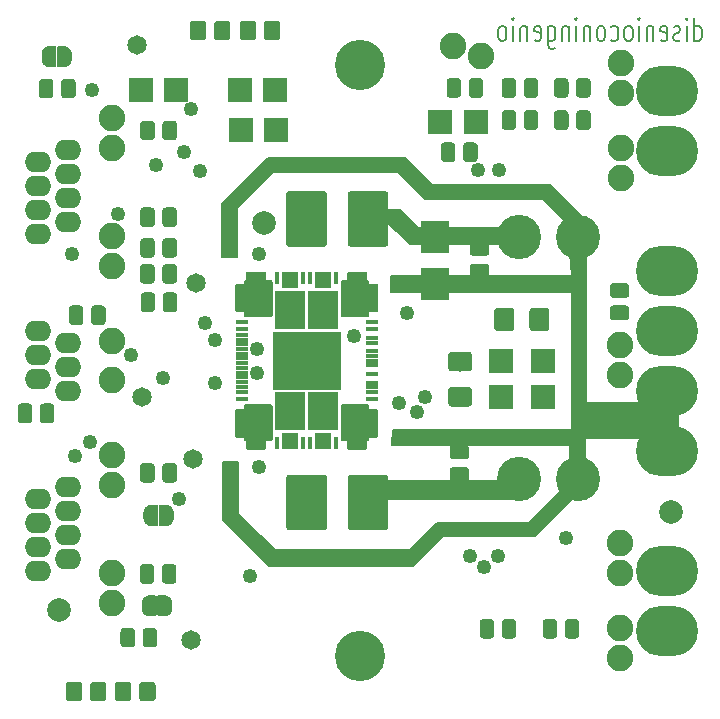
<source format=gbr>
G04 #@! TF.GenerationSoftware,KiCad,Pcbnew,5.0.0-fee4fd1~66~ubuntu16.04.1*
G04 #@! TF.CreationDate,2018-10-25T21:56:12-03:00*
G04 #@! TF.ProjectId,pap,7061702E6B696361645F706362000000,1.0*
G04 #@! TF.SameCoordinates,Original*
G04 #@! TF.FileFunction,Soldermask,Bot*
G04 #@! TF.FilePolarity,Negative*
%FSLAX46Y46*%
G04 Gerber Fmt 4.6, Leading zero omitted, Abs format (unit mm)*
G04 Created by KiCad (PCBNEW 5.0.0-fee4fd1~66~ubuntu16.04.1) date Thu Oct 25 21:56:12 2018*
%MOMM*%
%LPD*%
G01*
G04 APERTURE LIST*
%ADD10C,0.150000*%
%ADD11C,0.200000*%
%ADD12C,2.250000*%
%ADD13C,0.100000*%
%ADD14C,1.225000*%
%ADD15C,1.400000*%
%ADD16O,5.250000X4.250000*%
%ADD17C,2.000000*%
%ADD18C,0.500000*%
%ADD19R,2.050000X2.050000*%
%ADD20C,1.675000*%
%ADD21C,4.250000*%
%ADD22C,3.450000*%
%ADD23R,2.450000X2.750000*%
%ADD24O,2.250000X1.750000*%
%ADD25C,3.750000*%
%ADD26C,1.500000*%
%ADD27R,2.550000X3.260000*%
%ADD28R,0.450000X1.050000*%
%ADD29R,1.050000X0.450000*%
%ADD30R,5.830000X4.930000*%
%ADD31R,1.410000X1.450000*%
%ADD32C,1.250000*%
%ADD33C,1.650000*%
G04 APERTURE END LIST*
D10*
G36*
X125130310Y-105349079D02*
X125130310Y-106649079D01*
X140430310Y-106649079D01*
X140430310Y-118349079D01*
X125330310Y-118349079D01*
X125230310Y-119649079D01*
X140330310Y-119649079D01*
X140330310Y-121349079D01*
X141530310Y-121349079D01*
X141530310Y-119049079D01*
X149430310Y-119049079D01*
X149430310Y-116049079D01*
X141630310Y-116049079D01*
X141630310Y-103349079D01*
X140330310Y-103349079D01*
X140430310Y-105349079D01*
X125130310Y-105349079D01*
G37*
X125130310Y-105349079D02*
X125130310Y-106649079D01*
X140430310Y-106649079D01*
X140430310Y-118349079D01*
X125330310Y-118349079D01*
X125230310Y-119649079D01*
X140330310Y-119649079D01*
X140330310Y-121349079D01*
X141530310Y-121349079D01*
X141530310Y-119049079D01*
X149430310Y-119049079D01*
X149430310Y-116049079D01*
X141630310Y-116049079D01*
X141630310Y-103349079D01*
X140330310Y-103349079D01*
X140430310Y-105349079D01*
X125130310Y-105349079D01*
D11*
X150813167Y-85453840D02*
X150813167Y-83453840D01*
X150813167Y-85358602D02*
X150938881Y-85453840D01*
X151190310Y-85453840D01*
X151316024Y-85358602D01*
X151378881Y-85263364D01*
X151441738Y-85072888D01*
X151441738Y-84501459D01*
X151378881Y-84310983D01*
X151316024Y-84215745D01*
X151190310Y-84120507D01*
X150938881Y-84120507D01*
X150813167Y-84215745D01*
X150184595Y-85453840D02*
X150184595Y-84120507D01*
X150184595Y-83453840D02*
X150247452Y-83549079D01*
X150184595Y-83644317D01*
X150121738Y-83549079D01*
X150184595Y-83453840D01*
X150184595Y-83644317D01*
X149618881Y-85358602D02*
X149493167Y-85453840D01*
X149241738Y-85453840D01*
X149116024Y-85358602D01*
X149053167Y-85168126D01*
X149053167Y-85072888D01*
X149116024Y-84882412D01*
X149241738Y-84787174D01*
X149430310Y-84787174D01*
X149556024Y-84691936D01*
X149618881Y-84501459D01*
X149618881Y-84406221D01*
X149556024Y-84215745D01*
X149430310Y-84120507D01*
X149241738Y-84120507D01*
X149116024Y-84215745D01*
X147984595Y-85358602D02*
X148110310Y-85453840D01*
X148361738Y-85453840D01*
X148487452Y-85358602D01*
X148550310Y-85168126D01*
X148550310Y-84406221D01*
X148487452Y-84215745D01*
X148361738Y-84120507D01*
X148110310Y-84120507D01*
X147984595Y-84215745D01*
X147921738Y-84406221D01*
X147921738Y-84596698D01*
X148550310Y-84787174D01*
X147356024Y-84120507D02*
X147356024Y-85453840D01*
X147356024Y-84310983D02*
X147293167Y-84215745D01*
X147167452Y-84120507D01*
X146978881Y-84120507D01*
X146853167Y-84215745D01*
X146790310Y-84406221D01*
X146790310Y-85453840D01*
X146161738Y-85453840D02*
X146161738Y-84120507D01*
X146161738Y-83453840D02*
X146224595Y-83549079D01*
X146161738Y-83644317D01*
X146098881Y-83549079D01*
X146161738Y-83453840D01*
X146161738Y-83644317D01*
X145344595Y-85453840D02*
X145470310Y-85358602D01*
X145533167Y-85263364D01*
X145596024Y-85072888D01*
X145596024Y-84501459D01*
X145533167Y-84310983D01*
X145470310Y-84215745D01*
X145344595Y-84120507D01*
X145156024Y-84120507D01*
X145030310Y-84215745D01*
X144967452Y-84310983D01*
X144904595Y-84501459D01*
X144904595Y-85072888D01*
X144967452Y-85263364D01*
X145030310Y-85358602D01*
X145156024Y-85453840D01*
X145344595Y-85453840D01*
X143773167Y-85358602D02*
X143898881Y-85453840D01*
X144150310Y-85453840D01*
X144276024Y-85358602D01*
X144338881Y-85263364D01*
X144401738Y-85072888D01*
X144401738Y-84501459D01*
X144338881Y-84310983D01*
X144276024Y-84215745D01*
X144150310Y-84120507D01*
X143898881Y-84120507D01*
X143773167Y-84215745D01*
X143018881Y-85453840D02*
X143144595Y-85358602D01*
X143207452Y-85263364D01*
X143270310Y-85072888D01*
X143270310Y-84501459D01*
X143207452Y-84310983D01*
X143144595Y-84215745D01*
X143018881Y-84120507D01*
X142830310Y-84120507D01*
X142704595Y-84215745D01*
X142641738Y-84310983D01*
X142578881Y-84501459D01*
X142578881Y-85072888D01*
X142641738Y-85263364D01*
X142704595Y-85358602D01*
X142830310Y-85453840D01*
X143018881Y-85453840D01*
X142013167Y-84120507D02*
X142013167Y-85453840D01*
X142013167Y-84310983D02*
X141950310Y-84215745D01*
X141824595Y-84120507D01*
X141636024Y-84120507D01*
X141510310Y-84215745D01*
X141447452Y-84406221D01*
X141447452Y-85453840D01*
X140818881Y-85453840D02*
X140818881Y-84120507D01*
X140818881Y-83453840D02*
X140881738Y-83549079D01*
X140818881Y-83644317D01*
X140756024Y-83549079D01*
X140818881Y-83453840D01*
X140818881Y-83644317D01*
X140190310Y-84120507D02*
X140190310Y-85453840D01*
X140190310Y-84310983D02*
X140127452Y-84215745D01*
X140001738Y-84120507D01*
X139813167Y-84120507D01*
X139687452Y-84215745D01*
X139624595Y-84406221D01*
X139624595Y-85453840D01*
X138430310Y-84120507D02*
X138430310Y-85739555D01*
X138493167Y-85930031D01*
X138556024Y-86025269D01*
X138681738Y-86120507D01*
X138870310Y-86120507D01*
X138996024Y-86025269D01*
X138430310Y-85358602D02*
X138556024Y-85453840D01*
X138807452Y-85453840D01*
X138933167Y-85358602D01*
X138996024Y-85263364D01*
X139058881Y-85072888D01*
X139058881Y-84501459D01*
X138996024Y-84310983D01*
X138933167Y-84215745D01*
X138807452Y-84120507D01*
X138556024Y-84120507D01*
X138430310Y-84215745D01*
X137298881Y-85358602D02*
X137424595Y-85453840D01*
X137676024Y-85453840D01*
X137801738Y-85358602D01*
X137864595Y-85168126D01*
X137864595Y-84406221D01*
X137801738Y-84215745D01*
X137676024Y-84120507D01*
X137424595Y-84120507D01*
X137298881Y-84215745D01*
X137236024Y-84406221D01*
X137236024Y-84596698D01*
X137864595Y-84787174D01*
X136670310Y-84120507D02*
X136670310Y-85453840D01*
X136670310Y-84310983D02*
X136607452Y-84215745D01*
X136481738Y-84120507D01*
X136293167Y-84120507D01*
X136167452Y-84215745D01*
X136104595Y-84406221D01*
X136104595Y-85453840D01*
X135476024Y-85453840D02*
X135476024Y-84120507D01*
X135476024Y-83453840D02*
X135538881Y-83549079D01*
X135476024Y-83644317D01*
X135413167Y-83549079D01*
X135476024Y-83453840D01*
X135476024Y-83644317D01*
X134658881Y-85453840D02*
X134784595Y-85358602D01*
X134847452Y-85263364D01*
X134910310Y-85072888D01*
X134910310Y-84501459D01*
X134847452Y-84310983D01*
X134784595Y-84215745D01*
X134658881Y-84120507D01*
X134470310Y-84120507D01*
X134344595Y-84215745D01*
X134281738Y-84310983D01*
X134218881Y-84501459D01*
X134218881Y-85072888D01*
X134281738Y-85263364D01*
X134344595Y-85358602D01*
X134470310Y-85453840D01*
X134658881Y-85453840D01*
D10*
G36*
X124830310Y-99749079D02*
X124830310Y-100749079D01*
X126730310Y-102649079D01*
X134530310Y-102649079D01*
X134530310Y-101249079D01*
X127430310Y-101249079D01*
X125930310Y-99749079D01*
X124830310Y-99749079D01*
G37*
X124830310Y-99749079D02*
X124830310Y-100749079D01*
X126730310Y-102649079D01*
X134530310Y-102649079D01*
X134530310Y-101249079D01*
X127430310Y-101249079D01*
X125930310Y-99749079D01*
X124830310Y-99749079D01*
G36*
X124730310Y-124249079D02*
X124730310Y-122649079D01*
X134430310Y-122649079D01*
X135430310Y-123549079D01*
X135430310Y-124249079D01*
X125830310Y-124249079D01*
X124730310Y-124249079D01*
G37*
X124730310Y-124249079D02*
X124730310Y-122649079D01*
X134430310Y-122649079D01*
X135430310Y-123549079D01*
X135430310Y-124249079D01*
X125830310Y-124249079D01*
X124730310Y-124249079D01*
G36*
X110830310Y-103749079D02*
X112130310Y-103749079D01*
X112130310Y-99549079D01*
X115130310Y-96549079D01*
X125730310Y-96549079D01*
X128030310Y-98849079D01*
X138030310Y-98849079D01*
X139930310Y-100749079D01*
X140030310Y-100849079D01*
X140230310Y-101049079D01*
X141030310Y-100249079D01*
X141130310Y-100149079D01*
X138630310Y-97649079D01*
X128630310Y-97649079D01*
X126330310Y-95349079D01*
X114730310Y-95349079D01*
X110830310Y-99249079D01*
X110830310Y-103749079D01*
G37*
X110830310Y-103749079D02*
X112130310Y-103749079D01*
X112130310Y-99549079D01*
X115130310Y-96549079D01*
X125730310Y-96549079D01*
X128030310Y-98849079D01*
X138030310Y-98849079D01*
X139930310Y-100749079D01*
X140030310Y-100849079D01*
X140230310Y-101049079D01*
X141030310Y-100249079D01*
X141130310Y-100149079D01*
X138630310Y-97649079D01*
X128630310Y-97649079D01*
X126330310Y-95349079D01*
X114730310Y-95349079D01*
X110830310Y-99249079D01*
X110830310Y-103749079D01*
G36*
X110930310Y-121049079D02*
X112230310Y-121049079D01*
X112230310Y-125449079D01*
X115330310Y-128549079D01*
X126730310Y-128549079D01*
X129030310Y-126249079D01*
X136830310Y-126249079D01*
X139630310Y-123449079D01*
X140430310Y-124249079D01*
X137330310Y-127349079D01*
X129530310Y-127349079D01*
X127030310Y-129849079D01*
X114830310Y-129849079D01*
X110930310Y-125949079D01*
X110930310Y-121049079D01*
G37*
X110930310Y-121049079D02*
X112230310Y-121049079D01*
X112230310Y-125449079D01*
X115330310Y-128549079D01*
X126730310Y-128549079D01*
X129030310Y-126249079D01*
X136830310Y-126249079D01*
X139630310Y-123449079D01*
X140430310Y-124249079D01*
X137330310Y-127349079D01*
X129530310Y-127349079D01*
X127030310Y-129849079D01*
X114830310Y-129849079D01*
X110930310Y-125949079D01*
X110930310Y-121049079D01*
D12*
G04 #@! TO.C,D9*
X101500000Y-110810000D03*
X101500000Y-114110000D03*
G04 #@! TD*
G04 #@! TO.C,D6*
X101500000Y-123000000D03*
X101500000Y-120460000D03*
G04 #@! TD*
G04 #@! TO.C,D5*
X101500000Y-104500000D03*
X101500000Y-101960000D03*
G04 #@! TD*
G04 #@! TO.C,D13*
X101500000Y-94500000D03*
X101500000Y-91960000D03*
G04 #@! TD*
G04 #@! TO.C,D4*
X101500000Y-133040000D03*
X101500000Y-130500000D03*
G04 #@! TD*
G04 #@! TO.C,D7*
X144500000Y-137640000D03*
X144500000Y-135100000D03*
G04 #@! TD*
G04 #@! TO.C,D10*
X144600000Y-89840000D03*
X144600000Y-87300000D03*
G04 #@! TD*
G04 #@! TO.C,D8*
X144500000Y-130500000D03*
X144500000Y-127960000D03*
G04 #@! TD*
G04 #@! TO.C,D11*
X144600000Y-97000000D03*
X144600000Y-94460000D03*
G04 #@! TD*
G04 #@! TO.C,D14*
X144500000Y-113749079D03*
X144500000Y-111209079D03*
G04 #@! TD*
D13*
G04 #@! TO.C,R17*
G36*
X98166578Y-88625554D02*
X98196306Y-88629964D01*
X98225460Y-88637266D01*
X98253757Y-88647391D01*
X98280925Y-88660241D01*
X98306703Y-88675691D01*
X98330843Y-88693595D01*
X98353111Y-88713778D01*
X98373294Y-88736046D01*
X98391198Y-88760186D01*
X98406648Y-88785964D01*
X98419498Y-88813132D01*
X98429623Y-88841429D01*
X98436925Y-88870583D01*
X98441335Y-88900311D01*
X98442810Y-88930329D01*
X98442810Y-89967829D01*
X98441335Y-89997847D01*
X98436925Y-90027575D01*
X98429623Y-90056729D01*
X98419498Y-90085026D01*
X98406648Y-90112194D01*
X98391198Y-90137972D01*
X98373294Y-90162112D01*
X98353111Y-90184380D01*
X98330843Y-90204563D01*
X98306703Y-90222467D01*
X98280925Y-90237917D01*
X98253757Y-90250767D01*
X98225460Y-90260892D01*
X98196306Y-90268194D01*
X98166578Y-90272604D01*
X98136560Y-90274079D01*
X97524060Y-90274079D01*
X97494042Y-90272604D01*
X97464314Y-90268194D01*
X97435160Y-90260892D01*
X97406863Y-90250767D01*
X97379695Y-90237917D01*
X97353917Y-90222467D01*
X97329777Y-90204563D01*
X97307509Y-90184380D01*
X97287326Y-90162112D01*
X97269422Y-90137972D01*
X97253972Y-90112194D01*
X97241122Y-90085026D01*
X97230997Y-90056729D01*
X97223695Y-90027575D01*
X97219285Y-89997847D01*
X97217810Y-89967829D01*
X97217810Y-88930329D01*
X97219285Y-88900311D01*
X97223695Y-88870583D01*
X97230997Y-88841429D01*
X97241122Y-88813132D01*
X97253972Y-88785964D01*
X97269422Y-88760186D01*
X97287326Y-88736046D01*
X97307509Y-88713778D01*
X97329777Y-88693595D01*
X97353917Y-88675691D01*
X97379695Y-88660241D01*
X97406863Y-88647391D01*
X97435160Y-88637266D01*
X97464314Y-88629964D01*
X97494042Y-88625554D01*
X97524060Y-88624079D01*
X98136560Y-88624079D01*
X98166578Y-88625554D01*
X98166578Y-88625554D01*
G37*
D14*
X97830310Y-89449079D03*
D13*
G36*
X96291578Y-88625554D02*
X96321306Y-88629964D01*
X96350460Y-88637266D01*
X96378757Y-88647391D01*
X96405925Y-88660241D01*
X96431703Y-88675691D01*
X96455843Y-88693595D01*
X96478111Y-88713778D01*
X96498294Y-88736046D01*
X96516198Y-88760186D01*
X96531648Y-88785964D01*
X96544498Y-88813132D01*
X96554623Y-88841429D01*
X96561925Y-88870583D01*
X96566335Y-88900311D01*
X96567810Y-88930329D01*
X96567810Y-89967829D01*
X96566335Y-89997847D01*
X96561925Y-90027575D01*
X96554623Y-90056729D01*
X96544498Y-90085026D01*
X96531648Y-90112194D01*
X96516198Y-90137972D01*
X96498294Y-90162112D01*
X96478111Y-90184380D01*
X96455843Y-90204563D01*
X96431703Y-90222467D01*
X96405925Y-90237917D01*
X96378757Y-90250767D01*
X96350460Y-90260892D01*
X96321306Y-90268194D01*
X96291578Y-90272604D01*
X96261560Y-90274079D01*
X95649060Y-90274079D01*
X95619042Y-90272604D01*
X95589314Y-90268194D01*
X95560160Y-90260892D01*
X95531863Y-90250767D01*
X95504695Y-90237917D01*
X95478917Y-90222467D01*
X95454777Y-90204563D01*
X95432509Y-90184380D01*
X95412326Y-90162112D01*
X95394422Y-90137972D01*
X95378972Y-90112194D01*
X95366122Y-90085026D01*
X95355997Y-90056729D01*
X95348695Y-90027575D01*
X95344285Y-89997847D01*
X95342810Y-89967829D01*
X95342810Y-88930329D01*
X95344285Y-88900311D01*
X95348695Y-88870583D01*
X95355997Y-88841429D01*
X95366122Y-88813132D01*
X95378972Y-88785964D01*
X95394422Y-88760186D01*
X95412326Y-88736046D01*
X95432509Y-88713778D01*
X95454777Y-88693595D01*
X95478917Y-88675691D01*
X95504695Y-88660241D01*
X95531863Y-88647391D01*
X95560160Y-88637266D01*
X95589314Y-88629964D01*
X95619042Y-88625554D01*
X95649060Y-88624079D01*
X96261560Y-88624079D01*
X96291578Y-88625554D01*
X96291578Y-88625554D01*
G37*
D14*
X95955310Y-89449079D03*
G04 #@! TD*
D13*
G04 #@! TO.C,C7*
G36*
X130329078Y-94025554D02*
X130358806Y-94029964D01*
X130387960Y-94037266D01*
X130416257Y-94047391D01*
X130443425Y-94060241D01*
X130469203Y-94075691D01*
X130493343Y-94093595D01*
X130515611Y-94113778D01*
X130535794Y-94136046D01*
X130553698Y-94160186D01*
X130569148Y-94185964D01*
X130581998Y-94213132D01*
X130592123Y-94241429D01*
X130599425Y-94270583D01*
X130603835Y-94300311D01*
X130605310Y-94330329D01*
X130605310Y-95367829D01*
X130603835Y-95397847D01*
X130599425Y-95427575D01*
X130592123Y-95456729D01*
X130581998Y-95485026D01*
X130569148Y-95512194D01*
X130553698Y-95537972D01*
X130535794Y-95562112D01*
X130515611Y-95584380D01*
X130493343Y-95604563D01*
X130469203Y-95622467D01*
X130443425Y-95637917D01*
X130416257Y-95650767D01*
X130387960Y-95660892D01*
X130358806Y-95668194D01*
X130329078Y-95672604D01*
X130299060Y-95674079D01*
X129686560Y-95674079D01*
X129656542Y-95672604D01*
X129626814Y-95668194D01*
X129597660Y-95660892D01*
X129569363Y-95650767D01*
X129542195Y-95637917D01*
X129516417Y-95622467D01*
X129492277Y-95604563D01*
X129470009Y-95584380D01*
X129449826Y-95562112D01*
X129431922Y-95537972D01*
X129416472Y-95512194D01*
X129403622Y-95485026D01*
X129393497Y-95456729D01*
X129386195Y-95427575D01*
X129381785Y-95397847D01*
X129380310Y-95367829D01*
X129380310Y-94330329D01*
X129381785Y-94300311D01*
X129386195Y-94270583D01*
X129393497Y-94241429D01*
X129403622Y-94213132D01*
X129416472Y-94185964D01*
X129431922Y-94160186D01*
X129449826Y-94136046D01*
X129470009Y-94113778D01*
X129492277Y-94093595D01*
X129516417Y-94075691D01*
X129542195Y-94060241D01*
X129569363Y-94047391D01*
X129597660Y-94037266D01*
X129626814Y-94029964D01*
X129656542Y-94025554D01*
X129686560Y-94024079D01*
X130299060Y-94024079D01*
X130329078Y-94025554D01*
X130329078Y-94025554D01*
G37*
D14*
X129992810Y-94849079D03*
D13*
G36*
X132204078Y-94025554D02*
X132233806Y-94029964D01*
X132262960Y-94037266D01*
X132291257Y-94047391D01*
X132318425Y-94060241D01*
X132344203Y-94075691D01*
X132368343Y-94093595D01*
X132390611Y-94113778D01*
X132410794Y-94136046D01*
X132428698Y-94160186D01*
X132444148Y-94185964D01*
X132456998Y-94213132D01*
X132467123Y-94241429D01*
X132474425Y-94270583D01*
X132478835Y-94300311D01*
X132480310Y-94330329D01*
X132480310Y-95367829D01*
X132478835Y-95397847D01*
X132474425Y-95427575D01*
X132467123Y-95456729D01*
X132456998Y-95485026D01*
X132444148Y-95512194D01*
X132428698Y-95537972D01*
X132410794Y-95562112D01*
X132390611Y-95584380D01*
X132368343Y-95604563D01*
X132344203Y-95622467D01*
X132318425Y-95637917D01*
X132291257Y-95650767D01*
X132262960Y-95660892D01*
X132233806Y-95668194D01*
X132204078Y-95672604D01*
X132174060Y-95674079D01*
X131561560Y-95674079D01*
X131531542Y-95672604D01*
X131501814Y-95668194D01*
X131472660Y-95660892D01*
X131444363Y-95650767D01*
X131417195Y-95637917D01*
X131391417Y-95622467D01*
X131367277Y-95604563D01*
X131345009Y-95584380D01*
X131324826Y-95562112D01*
X131306922Y-95537972D01*
X131291472Y-95512194D01*
X131278622Y-95485026D01*
X131268497Y-95456729D01*
X131261195Y-95427575D01*
X131256785Y-95397847D01*
X131255310Y-95367829D01*
X131255310Y-94330329D01*
X131256785Y-94300311D01*
X131261195Y-94270583D01*
X131268497Y-94241429D01*
X131278622Y-94213132D01*
X131291472Y-94185964D01*
X131306922Y-94160186D01*
X131324826Y-94136046D01*
X131345009Y-94113778D01*
X131367277Y-94093595D01*
X131391417Y-94075691D01*
X131417195Y-94060241D01*
X131444363Y-94047391D01*
X131472660Y-94037266D01*
X131501814Y-94029964D01*
X131531542Y-94025554D01*
X131561560Y-94024079D01*
X132174060Y-94024079D01*
X132204078Y-94025554D01*
X132204078Y-94025554D01*
G37*
D14*
X131867810Y-94849079D03*
G04 #@! TD*
D13*
G04 #@! TO.C,R15*
G36*
X96366578Y-116125554D02*
X96396306Y-116129964D01*
X96425460Y-116137266D01*
X96453757Y-116147391D01*
X96480925Y-116160241D01*
X96506703Y-116175691D01*
X96530843Y-116193595D01*
X96553111Y-116213778D01*
X96573294Y-116236046D01*
X96591198Y-116260186D01*
X96606648Y-116285964D01*
X96619498Y-116313132D01*
X96629623Y-116341429D01*
X96636925Y-116370583D01*
X96641335Y-116400311D01*
X96642810Y-116430329D01*
X96642810Y-117467829D01*
X96641335Y-117497847D01*
X96636925Y-117527575D01*
X96629623Y-117556729D01*
X96619498Y-117585026D01*
X96606648Y-117612194D01*
X96591198Y-117637972D01*
X96573294Y-117662112D01*
X96553111Y-117684380D01*
X96530843Y-117704563D01*
X96506703Y-117722467D01*
X96480925Y-117737917D01*
X96453757Y-117750767D01*
X96425460Y-117760892D01*
X96396306Y-117768194D01*
X96366578Y-117772604D01*
X96336560Y-117774079D01*
X95724060Y-117774079D01*
X95694042Y-117772604D01*
X95664314Y-117768194D01*
X95635160Y-117760892D01*
X95606863Y-117750767D01*
X95579695Y-117737917D01*
X95553917Y-117722467D01*
X95529777Y-117704563D01*
X95507509Y-117684380D01*
X95487326Y-117662112D01*
X95469422Y-117637972D01*
X95453972Y-117612194D01*
X95441122Y-117585026D01*
X95430997Y-117556729D01*
X95423695Y-117527575D01*
X95419285Y-117497847D01*
X95417810Y-117467829D01*
X95417810Y-116430329D01*
X95419285Y-116400311D01*
X95423695Y-116370583D01*
X95430997Y-116341429D01*
X95441122Y-116313132D01*
X95453972Y-116285964D01*
X95469422Y-116260186D01*
X95487326Y-116236046D01*
X95507509Y-116213778D01*
X95529777Y-116193595D01*
X95553917Y-116175691D01*
X95579695Y-116160241D01*
X95606863Y-116147391D01*
X95635160Y-116137266D01*
X95664314Y-116129964D01*
X95694042Y-116125554D01*
X95724060Y-116124079D01*
X96336560Y-116124079D01*
X96366578Y-116125554D01*
X96366578Y-116125554D01*
G37*
D14*
X96030310Y-116949079D03*
D13*
G36*
X94491578Y-116125554D02*
X94521306Y-116129964D01*
X94550460Y-116137266D01*
X94578757Y-116147391D01*
X94605925Y-116160241D01*
X94631703Y-116175691D01*
X94655843Y-116193595D01*
X94678111Y-116213778D01*
X94698294Y-116236046D01*
X94716198Y-116260186D01*
X94731648Y-116285964D01*
X94744498Y-116313132D01*
X94754623Y-116341429D01*
X94761925Y-116370583D01*
X94766335Y-116400311D01*
X94767810Y-116430329D01*
X94767810Y-117467829D01*
X94766335Y-117497847D01*
X94761925Y-117527575D01*
X94754623Y-117556729D01*
X94744498Y-117585026D01*
X94731648Y-117612194D01*
X94716198Y-117637972D01*
X94698294Y-117662112D01*
X94678111Y-117684380D01*
X94655843Y-117704563D01*
X94631703Y-117722467D01*
X94605925Y-117737917D01*
X94578757Y-117750767D01*
X94550460Y-117760892D01*
X94521306Y-117768194D01*
X94491578Y-117772604D01*
X94461560Y-117774079D01*
X93849060Y-117774079D01*
X93819042Y-117772604D01*
X93789314Y-117768194D01*
X93760160Y-117760892D01*
X93731863Y-117750767D01*
X93704695Y-117737917D01*
X93678917Y-117722467D01*
X93654777Y-117704563D01*
X93632509Y-117684380D01*
X93612326Y-117662112D01*
X93594422Y-117637972D01*
X93578972Y-117612194D01*
X93566122Y-117585026D01*
X93555997Y-117556729D01*
X93548695Y-117527575D01*
X93544285Y-117497847D01*
X93542810Y-117467829D01*
X93542810Y-116430329D01*
X93544285Y-116400311D01*
X93548695Y-116370583D01*
X93555997Y-116341429D01*
X93566122Y-116313132D01*
X93578972Y-116285964D01*
X93594422Y-116260186D01*
X93612326Y-116236046D01*
X93632509Y-116213778D01*
X93654777Y-116193595D01*
X93678917Y-116175691D01*
X93704695Y-116160241D01*
X93731863Y-116147391D01*
X93760160Y-116137266D01*
X93789314Y-116129964D01*
X93819042Y-116125554D01*
X93849060Y-116124079D01*
X94461560Y-116124079D01*
X94491578Y-116125554D01*
X94491578Y-116125554D01*
G37*
D14*
X94155310Y-116949079D03*
G04 #@! TD*
D13*
G04 #@! TO.C,R16*
G36*
X100704078Y-107825554D02*
X100733806Y-107829964D01*
X100762960Y-107837266D01*
X100791257Y-107847391D01*
X100818425Y-107860241D01*
X100844203Y-107875691D01*
X100868343Y-107893595D01*
X100890611Y-107913778D01*
X100910794Y-107936046D01*
X100928698Y-107960186D01*
X100944148Y-107985964D01*
X100956998Y-108013132D01*
X100967123Y-108041429D01*
X100974425Y-108070583D01*
X100978835Y-108100311D01*
X100980310Y-108130329D01*
X100980310Y-109167829D01*
X100978835Y-109197847D01*
X100974425Y-109227575D01*
X100967123Y-109256729D01*
X100956998Y-109285026D01*
X100944148Y-109312194D01*
X100928698Y-109337972D01*
X100910794Y-109362112D01*
X100890611Y-109384380D01*
X100868343Y-109404563D01*
X100844203Y-109422467D01*
X100818425Y-109437917D01*
X100791257Y-109450767D01*
X100762960Y-109460892D01*
X100733806Y-109468194D01*
X100704078Y-109472604D01*
X100674060Y-109474079D01*
X100061560Y-109474079D01*
X100031542Y-109472604D01*
X100001814Y-109468194D01*
X99972660Y-109460892D01*
X99944363Y-109450767D01*
X99917195Y-109437917D01*
X99891417Y-109422467D01*
X99867277Y-109404563D01*
X99845009Y-109384380D01*
X99824826Y-109362112D01*
X99806922Y-109337972D01*
X99791472Y-109312194D01*
X99778622Y-109285026D01*
X99768497Y-109256729D01*
X99761195Y-109227575D01*
X99756785Y-109197847D01*
X99755310Y-109167829D01*
X99755310Y-108130329D01*
X99756785Y-108100311D01*
X99761195Y-108070583D01*
X99768497Y-108041429D01*
X99778622Y-108013132D01*
X99791472Y-107985964D01*
X99806922Y-107960186D01*
X99824826Y-107936046D01*
X99845009Y-107913778D01*
X99867277Y-107893595D01*
X99891417Y-107875691D01*
X99917195Y-107860241D01*
X99944363Y-107847391D01*
X99972660Y-107837266D01*
X100001814Y-107829964D01*
X100031542Y-107825554D01*
X100061560Y-107824079D01*
X100674060Y-107824079D01*
X100704078Y-107825554D01*
X100704078Y-107825554D01*
G37*
D14*
X100367810Y-108649079D03*
D13*
G36*
X98829078Y-107825554D02*
X98858806Y-107829964D01*
X98887960Y-107837266D01*
X98916257Y-107847391D01*
X98943425Y-107860241D01*
X98969203Y-107875691D01*
X98993343Y-107893595D01*
X99015611Y-107913778D01*
X99035794Y-107936046D01*
X99053698Y-107960186D01*
X99069148Y-107985964D01*
X99081998Y-108013132D01*
X99092123Y-108041429D01*
X99099425Y-108070583D01*
X99103835Y-108100311D01*
X99105310Y-108130329D01*
X99105310Y-109167829D01*
X99103835Y-109197847D01*
X99099425Y-109227575D01*
X99092123Y-109256729D01*
X99081998Y-109285026D01*
X99069148Y-109312194D01*
X99053698Y-109337972D01*
X99035794Y-109362112D01*
X99015611Y-109384380D01*
X98993343Y-109404563D01*
X98969203Y-109422467D01*
X98943425Y-109437917D01*
X98916257Y-109450767D01*
X98887960Y-109460892D01*
X98858806Y-109468194D01*
X98829078Y-109472604D01*
X98799060Y-109474079D01*
X98186560Y-109474079D01*
X98156542Y-109472604D01*
X98126814Y-109468194D01*
X98097660Y-109460892D01*
X98069363Y-109450767D01*
X98042195Y-109437917D01*
X98016417Y-109422467D01*
X97992277Y-109404563D01*
X97970009Y-109384380D01*
X97949826Y-109362112D01*
X97931922Y-109337972D01*
X97916472Y-109312194D01*
X97903622Y-109285026D01*
X97893497Y-109256729D01*
X97886195Y-109227575D01*
X97881785Y-109197847D01*
X97880310Y-109167829D01*
X97880310Y-108130329D01*
X97881785Y-108100311D01*
X97886195Y-108070583D01*
X97893497Y-108041429D01*
X97903622Y-108013132D01*
X97916472Y-107985964D01*
X97931922Y-107960186D01*
X97949826Y-107936046D01*
X97970009Y-107913778D01*
X97992277Y-107893595D01*
X98016417Y-107875691D01*
X98042195Y-107860241D01*
X98069363Y-107847391D01*
X98097660Y-107837266D01*
X98126814Y-107829964D01*
X98156542Y-107825554D01*
X98186560Y-107824079D01*
X98799060Y-107824079D01*
X98829078Y-107825554D01*
X98829078Y-107825554D01*
G37*
D14*
X98492810Y-108649079D03*
G04 #@! TD*
D13*
G04 #@! TO.C,C9*
G36*
X106766578Y-106725554D02*
X106796306Y-106729964D01*
X106825460Y-106737266D01*
X106853757Y-106747391D01*
X106880925Y-106760241D01*
X106906703Y-106775691D01*
X106930843Y-106793595D01*
X106953111Y-106813778D01*
X106973294Y-106836046D01*
X106991198Y-106860186D01*
X107006648Y-106885964D01*
X107019498Y-106913132D01*
X107029623Y-106941429D01*
X107036925Y-106970583D01*
X107041335Y-107000311D01*
X107042810Y-107030329D01*
X107042810Y-108067829D01*
X107041335Y-108097847D01*
X107036925Y-108127575D01*
X107029623Y-108156729D01*
X107019498Y-108185026D01*
X107006648Y-108212194D01*
X106991198Y-108237972D01*
X106973294Y-108262112D01*
X106953111Y-108284380D01*
X106930843Y-108304563D01*
X106906703Y-108322467D01*
X106880925Y-108337917D01*
X106853757Y-108350767D01*
X106825460Y-108360892D01*
X106796306Y-108368194D01*
X106766578Y-108372604D01*
X106736560Y-108374079D01*
X106124060Y-108374079D01*
X106094042Y-108372604D01*
X106064314Y-108368194D01*
X106035160Y-108360892D01*
X106006863Y-108350767D01*
X105979695Y-108337917D01*
X105953917Y-108322467D01*
X105929777Y-108304563D01*
X105907509Y-108284380D01*
X105887326Y-108262112D01*
X105869422Y-108237972D01*
X105853972Y-108212194D01*
X105841122Y-108185026D01*
X105830997Y-108156729D01*
X105823695Y-108127575D01*
X105819285Y-108097847D01*
X105817810Y-108067829D01*
X105817810Y-107030329D01*
X105819285Y-107000311D01*
X105823695Y-106970583D01*
X105830997Y-106941429D01*
X105841122Y-106913132D01*
X105853972Y-106885964D01*
X105869422Y-106860186D01*
X105887326Y-106836046D01*
X105907509Y-106813778D01*
X105929777Y-106793595D01*
X105953917Y-106775691D01*
X105979695Y-106760241D01*
X106006863Y-106747391D01*
X106035160Y-106737266D01*
X106064314Y-106729964D01*
X106094042Y-106725554D01*
X106124060Y-106724079D01*
X106736560Y-106724079D01*
X106766578Y-106725554D01*
X106766578Y-106725554D01*
G37*
D14*
X106430310Y-107549079D03*
D13*
G36*
X104891578Y-106725554D02*
X104921306Y-106729964D01*
X104950460Y-106737266D01*
X104978757Y-106747391D01*
X105005925Y-106760241D01*
X105031703Y-106775691D01*
X105055843Y-106793595D01*
X105078111Y-106813778D01*
X105098294Y-106836046D01*
X105116198Y-106860186D01*
X105131648Y-106885964D01*
X105144498Y-106913132D01*
X105154623Y-106941429D01*
X105161925Y-106970583D01*
X105166335Y-107000311D01*
X105167810Y-107030329D01*
X105167810Y-108067829D01*
X105166335Y-108097847D01*
X105161925Y-108127575D01*
X105154623Y-108156729D01*
X105144498Y-108185026D01*
X105131648Y-108212194D01*
X105116198Y-108237972D01*
X105098294Y-108262112D01*
X105078111Y-108284380D01*
X105055843Y-108304563D01*
X105031703Y-108322467D01*
X105005925Y-108337917D01*
X104978757Y-108350767D01*
X104950460Y-108360892D01*
X104921306Y-108368194D01*
X104891578Y-108372604D01*
X104861560Y-108374079D01*
X104249060Y-108374079D01*
X104219042Y-108372604D01*
X104189314Y-108368194D01*
X104160160Y-108360892D01*
X104131863Y-108350767D01*
X104104695Y-108337917D01*
X104078917Y-108322467D01*
X104054777Y-108304563D01*
X104032509Y-108284380D01*
X104012326Y-108262112D01*
X103994422Y-108237972D01*
X103978972Y-108212194D01*
X103966122Y-108185026D01*
X103955997Y-108156729D01*
X103948695Y-108127575D01*
X103944285Y-108097847D01*
X103942810Y-108067829D01*
X103942810Y-107030329D01*
X103944285Y-107000311D01*
X103948695Y-106970583D01*
X103955997Y-106941429D01*
X103966122Y-106913132D01*
X103978972Y-106885964D01*
X103994422Y-106860186D01*
X104012326Y-106836046D01*
X104032509Y-106813778D01*
X104054777Y-106793595D01*
X104078917Y-106775691D01*
X104104695Y-106760241D01*
X104131863Y-106747391D01*
X104160160Y-106737266D01*
X104189314Y-106729964D01*
X104219042Y-106725554D01*
X104249060Y-106724079D01*
X104861560Y-106724079D01*
X104891578Y-106725554D01*
X104891578Y-106725554D01*
G37*
D14*
X104555310Y-107549079D03*
G04 #@! TD*
D13*
G04 #@! TO.C,R1*
G36*
X104861268Y-104325554D02*
X104890996Y-104329964D01*
X104920150Y-104337266D01*
X104948447Y-104347391D01*
X104975615Y-104360241D01*
X105001393Y-104375691D01*
X105025533Y-104393595D01*
X105047801Y-104413778D01*
X105067984Y-104436046D01*
X105085888Y-104460186D01*
X105101338Y-104485964D01*
X105114188Y-104513132D01*
X105124313Y-104541429D01*
X105131615Y-104570583D01*
X105136025Y-104600311D01*
X105137500Y-104630329D01*
X105137500Y-105667829D01*
X105136025Y-105697847D01*
X105131615Y-105727575D01*
X105124313Y-105756729D01*
X105114188Y-105785026D01*
X105101338Y-105812194D01*
X105085888Y-105837972D01*
X105067984Y-105862112D01*
X105047801Y-105884380D01*
X105025533Y-105904563D01*
X105001393Y-105922467D01*
X104975615Y-105937917D01*
X104948447Y-105950767D01*
X104920150Y-105960892D01*
X104890996Y-105968194D01*
X104861268Y-105972604D01*
X104831250Y-105974079D01*
X104218750Y-105974079D01*
X104188732Y-105972604D01*
X104159004Y-105968194D01*
X104129850Y-105960892D01*
X104101553Y-105950767D01*
X104074385Y-105937917D01*
X104048607Y-105922467D01*
X104024467Y-105904563D01*
X104002199Y-105884380D01*
X103982016Y-105862112D01*
X103964112Y-105837972D01*
X103948662Y-105812194D01*
X103935812Y-105785026D01*
X103925687Y-105756729D01*
X103918385Y-105727575D01*
X103913975Y-105697847D01*
X103912500Y-105667829D01*
X103912500Y-104630329D01*
X103913975Y-104600311D01*
X103918385Y-104570583D01*
X103925687Y-104541429D01*
X103935812Y-104513132D01*
X103948662Y-104485964D01*
X103964112Y-104460186D01*
X103982016Y-104436046D01*
X104002199Y-104413778D01*
X104024467Y-104393595D01*
X104048607Y-104375691D01*
X104074385Y-104360241D01*
X104101553Y-104347391D01*
X104129850Y-104337266D01*
X104159004Y-104329964D01*
X104188732Y-104325554D01*
X104218750Y-104324079D01*
X104831250Y-104324079D01*
X104861268Y-104325554D01*
X104861268Y-104325554D01*
G37*
D14*
X104525000Y-105149079D03*
D13*
G36*
X106736268Y-104325554D02*
X106765996Y-104329964D01*
X106795150Y-104337266D01*
X106823447Y-104347391D01*
X106850615Y-104360241D01*
X106876393Y-104375691D01*
X106900533Y-104393595D01*
X106922801Y-104413778D01*
X106942984Y-104436046D01*
X106960888Y-104460186D01*
X106976338Y-104485964D01*
X106989188Y-104513132D01*
X106999313Y-104541429D01*
X107006615Y-104570583D01*
X107011025Y-104600311D01*
X107012500Y-104630329D01*
X107012500Y-105667829D01*
X107011025Y-105697847D01*
X107006615Y-105727575D01*
X106999313Y-105756729D01*
X106989188Y-105785026D01*
X106976338Y-105812194D01*
X106960888Y-105837972D01*
X106942984Y-105862112D01*
X106922801Y-105884380D01*
X106900533Y-105904563D01*
X106876393Y-105922467D01*
X106850615Y-105937917D01*
X106823447Y-105950767D01*
X106795150Y-105960892D01*
X106765996Y-105968194D01*
X106736268Y-105972604D01*
X106706250Y-105974079D01*
X106093750Y-105974079D01*
X106063732Y-105972604D01*
X106034004Y-105968194D01*
X106004850Y-105960892D01*
X105976553Y-105950767D01*
X105949385Y-105937917D01*
X105923607Y-105922467D01*
X105899467Y-105904563D01*
X105877199Y-105884380D01*
X105857016Y-105862112D01*
X105839112Y-105837972D01*
X105823662Y-105812194D01*
X105810812Y-105785026D01*
X105800687Y-105756729D01*
X105793385Y-105727575D01*
X105788975Y-105697847D01*
X105787500Y-105667829D01*
X105787500Y-104630329D01*
X105788975Y-104600311D01*
X105793385Y-104570583D01*
X105800687Y-104541429D01*
X105810812Y-104513132D01*
X105823662Y-104485964D01*
X105839112Y-104460186D01*
X105857016Y-104436046D01*
X105877199Y-104413778D01*
X105899467Y-104393595D01*
X105923607Y-104375691D01*
X105949385Y-104360241D01*
X105976553Y-104347391D01*
X106004850Y-104337266D01*
X106034004Y-104329964D01*
X106063732Y-104325554D01*
X106093750Y-104324079D01*
X106706250Y-104324079D01*
X106736268Y-104325554D01*
X106736268Y-104325554D01*
G37*
D14*
X106400000Y-105149079D03*
G04 #@! TD*
D13*
G04 #@! TO.C,C8*
G36*
X106741578Y-102125554D02*
X106771306Y-102129964D01*
X106800460Y-102137266D01*
X106828757Y-102147391D01*
X106855925Y-102160241D01*
X106881703Y-102175691D01*
X106905843Y-102193595D01*
X106928111Y-102213778D01*
X106948294Y-102236046D01*
X106966198Y-102260186D01*
X106981648Y-102285964D01*
X106994498Y-102313132D01*
X107004623Y-102341429D01*
X107011925Y-102370583D01*
X107016335Y-102400311D01*
X107017810Y-102430329D01*
X107017810Y-103467829D01*
X107016335Y-103497847D01*
X107011925Y-103527575D01*
X107004623Y-103556729D01*
X106994498Y-103585026D01*
X106981648Y-103612194D01*
X106966198Y-103637972D01*
X106948294Y-103662112D01*
X106928111Y-103684380D01*
X106905843Y-103704563D01*
X106881703Y-103722467D01*
X106855925Y-103737917D01*
X106828757Y-103750767D01*
X106800460Y-103760892D01*
X106771306Y-103768194D01*
X106741578Y-103772604D01*
X106711560Y-103774079D01*
X106099060Y-103774079D01*
X106069042Y-103772604D01*
X106039314Y-103768194D01*
X106010160Y-103760892D01*
X105981863Y-103750767D01*
X105954695Y-103737917D01*
X105928917Y-103722467D01*
X105904777Y-103704563D01*
X105882509Y-103684380D01*
X105862326Y-103662112D01*
X105844422Y-103637972D01*
X105828972Y-103612194D01*
X105816122Y-103585026D01*
X105805997Y-103556729D01*
X105798695Y-103527575D01*
X105794285Y-103497847D01*
X105792810Y-103467829D01*
X105792810Y-102430329D01*
X105794285Y-102400311D01*
X105798695Y-102370583D01*
X105805997Y-102341429D01*
X105816122Y-102313132D01*
X105828972Y-102285964D01*
X105844422Y-102260186D01*
X105862326Y-102236046D01*
X105882509Y-102213778D01*
X105904777Y-102193595D01*
X105928917Y-102175691D01*
X105954695Y-102160241D01*
X105981863Y-102147391D01*
X106010160Y-102137266D01*
X106039314Y-102129964D01*
X106069042Y-102125554D01*
X106099060Y-102124079D01*
X106711560Y-102124079D01*
X106741578Y-102125554D01*
X106741578Y-102125554D01*
G37*
D14*
X106405310Y-102949079D03*
D13*
G36*
X104866578Y-102125554D02*
X104896306Y-102129964D01*
X104925460Y-102137266D01*
X104953757Y-102147391D01*
X104980925Y-102160241D01*
X105006703Y-102175691D01*
X105030843Y-102193595D01*
X105053111Y-102213778D01*
X105073294Y-102236046D01*
X105091198Y-102260186D01*
X105106648Y-102285964D01*
X105119498Y-102313132D01*
X105129623Y-102341429D01*
X105136925Y-102370583D01*
X105141335Y-102400311D01*
X105142810Y-102430329D01*
X105142810Y-103467829D01*
X105141335Y-103497847D01*
X105136925Y-103527575D01*
X105129623Y-103556729D01*
X105119498Y-103585026D01*
X105106648Y-103612194D01*
X105091198Y-103637972D01*
X105073294Y-103662112D01*
X105053111Y-103684380D01*
X105030843Y-103704563D01*
X105006703Y-103722467D01*
X104980925Y-103737917D01*
X104953757Y-103750767D01*
X104925460Y-103760892D01*
X104896306Y-103768194D01*
X104866578Y-103772604D01*
X104836560Y-103774079D01*
X104224060Y-103774079D01*
X104194042Y-103772604D01*
X104164314Y-103768194D01*
X104135160Y-103760892D01*
X104106863Y-103750767D01*
X104079695Y-103737917D01*
X104053917Y-103722467D01*
X104029777Y-103704563D01*
X104007509Y-103684380D01*
X103987326Y-103662112D01*
X103969422Y-103637972D01*
X103953972Y-103612194D01*
X103941122Y-103585026D01*
X103930997Y-103556729D01*
X103923695Y-103527575D01*
X103919285Y-103497847D01*
X103917810Y-103467829D01*
X103917810Y-102430329D01*
X103919285Y-102400311D01*
X103923695Y-102370583D01*
X103930997Y-102341429D01*
X103941122Y-102313132D01*
X103953972Y-102285964D01*
X103969422Y-102260186D01*
X103987326Y-102236046D01*
X104007509Y-102213778D01*
X104029777Y-102193595D01*
X104053917Y-102175691D01*
X104079695Y-102160241D01*
X104106863Y-102147391D01*
X104135160Y-102137266D01*
X104164314Y-102129964D01*
X104194042Y-102125554D01*
X104224060Y-102124079D01*
X104836560Y-102124079D01*
X104866578Y-102125554D01*
X104866578Y-102125554D01*
G37*
D14*
X104530310Y-102949079D03*
G04 #@! TD*
D13*
G04 #@! TO.C,C11*
G36*
X133179078Y-102400554D02*
X133208806Y-102404964D01*
X133237960Y-102412266D01*
X133266257Y-102422391D01*
X133293425Y-102435241D01*
X133319203Y-102450691D01*
X133343343Y-102468595D01*
X133365611Y-102488778D01*
X133385794Y-102511046D01*
X133403698Y-102535186D01*
X133419148Y-102560964D01*
X133431998Y-102588132D01*
X133442123Y-102616429D01*
X133449425Y-102645583D01*
X133453835Y-102675311D01*
X133455310Y-102705329D01*
X133455310Y-103317829D01*
X133453835Y-103347847D01*
X133449425Y-103377575D01*
X133442123Y-103406729D01*
X133431998Y-103435026D01*
X133419148Y-103462194D01*
X133403698Y-103487972D01*
X133385794Y-103512112D01*
X133365611Y-103534380D01*
X133343343Y-103554563D01*
X133319203Y-103572467D01*
X133293425Y-103587917D01*
X133266257Y-103600767D01*
X133237960Y-103610892D01*
X133208806Y-103618194D01*
X133179078Y-103622604D01*
X133149060Y-103624079D01*
X132111560Y-103624079D01*
X132081542Y-103622604D01*
X132051814Y-103618194D01*
X132022660Y-103610892D01*
X131994363Y-103600767D01*
X131967195Y-103587917D01*
X131941417Y-103572467D01*
X131917277Y-103554563D01*
X131895009Y-103534380D01*
X131874826Y-103512112D01*
X131856922Y-103487972D01*
X131841472Y-103462194D01*
X131828622Y-103435026D01*
X131818497Y-103406729D01*
X131811195Y-103377575D01*
X131806785Y-103347847D01*
X131805310Y-103317829D01*
X131805310Y-102705329D01*
X131806785Y-102675311D01*
X131811195Y-102645583D01*
X131818497Y-102616429D01*
X131828622Y-102588132D01*
X131841472Y-102560964D01*
X131856922Y-102535186D01*
X131874826Y-102511046D01*
X131895009Y-102488778D01*
X131917277Y-102468595D01*
X131941417Y-102450691D01*
X131967195Y-102435241D01*
X131994363Y-102422391D01*
X132022660Y-102412266D01*
X132051814Y-102404964D01*
X132081542Y-102400554D01*
X132111560Y-102399079D01*
X133149060Y-102399079D01*
X133179078Y-102400554D01*
X133179078Y-102400554D01*
G37*
D14*
X132630310Y-103011579D03*
D13*
G36*
X133179078Y-104275554D02*
X133208806Y-104279964D01*
X133237960Y-104287266D01*
X133266257Y-104297391D01*
X133293425Y-104310241D01*
X133319203Y-104325691D01*
X133343343Y-104343595D01*
X133365611Y-104363778D01*
X133385794Y-104386046D01*
X133403698Y-104410186D01*
X133419148Y-104435964D01*
X133431998Y-104463132D01*
X133442123Y-104491429D01*
X133449425Y-104520583D01*
X133453835Y-104550311D01*
X133455310Y-104580329D01*
X133455310Y-105192829D01*
X133453835Y-105222847D01*
X133449425Y-105252575D01*
X133442123Y-105281729D01*
X133431998Y-105310026D01*
X133419148Y-105337194D01*
X133403698Y-105362972D01*
X133385794Y-105387112D01*
X133365611Y-105409380D01*
X133343343Y-105429563D01*
X133319203Y-105447467D01*
X133293425Y-105462917D01*
X133266257Y-105475767D01*
X133237960Y-105485892D01*
X133208806Y-105493194D01*
X133179078Y-105497604D01*
X133149060Y-105499079D01*
X132111560Y-105499079D01*
X132081542Y-105497604D01*
X132051814Y-105493194D01*
X132022660Y-105485892D01*
X131994363Y-105475767D01*
X131967195Y-105462917D01*
X131941417Y-105447467D01*
X131917277Y-105429563D01*
X131895009Y-105409380D01*
X131874826Y-105387112D01*
X131856922Y-105362972D01*
X131841472Y-105337194D01*
X131828622Y-105310026D01*
X131818497Y-105281729D01*
X131811195Y-105252575D01*
X131806785Y-105222847D01*
X131805310Y-105192829D01*
X131805310Y-104580329D01*
X131806785Y-104550311D01*
X131811195Y-104520583D01*
X131818497Y-104491429D01*
X131828622Y-104463132D01*
X131841472Y-104435964D01*
X131856922Y-104410186D01*
X131874826Y-104386046D01*
X131895009Y-104363778D01*
X131917277Y-104343595D01*
X131941417Y-104325691D01*
X131967195Y-104310241D01*
X131994363Y-104297391D01*
X132022660Y-104287266D01*
X132051814Y-104279964D01*
X132081542Y-104275554D01*
X132111560Y-104274079D01*
X133149060Y-104274079D01*
X133179078Y-104275554D01*
X133179078Y-104275554D01*
G37*
D14*
X132630310Y-104886579D03*
G04 #@! TD*
D12*
G04 #@! TO.C,C3*
X132779542Y-86704129D03*
X130430310Y-85849079D03*
G04 #@! TD*
D13*
G04 #@! TO.C,C10*
G36*
X131479078Y-121513054D02*
X131508806Y-121517464D01*
X131537960Y-121524766D01*
X131566257Y-121534891D01*
X131593425Y-121547741D01*
X131619203Y-121563191D01*
X131643343Y-121581095D01*
X131665611Y-121601278D01*
X131685794Y-121623546D01*
X131703698Y-121647686D01*
X131719148Y-121673464D01*
X131731998Y-121700632D01*
X131742123Y-121728929D01*
X131749425Y-121758083D01*
X131753835Y-121787811D01*
X131755310Y-121817829D01*
X131755310Y-122430329D01*
X131753835Y-122460347D01*
X131749425Y-122490075D01*
X131742123Y-122519229D01*
X131731998Y-122547526D01*
X131719148Y-122574694D01*
X131703698Y-122600472D01*
X131685794Y-122624612D01*
X131665611Y-122646880D01*
X131643343Y-122667063D01*
X131619203Y-122684967D01*
X131593425Y-122700417D01*
X131566257Y-122713267D01*
X131537960Y-122723392D01*
X131508806Y-122730694D01*
X131479078Y-122735104D01*
X131449060Y-122736579D01*
X130411560Y-122736579D01*
X130381542Y-122735104D01*
X130351814Y-122730694D01*
X130322660Y-122723392D01*
X130294363Y-122713267D01*
X130267195Y-122700417D01*
X130241417Y-122684967D01*
X130217277Y-122667063D01*
X130195009Y-122646880D01*
X130174826Y-122624612D01*
X130156922Y-122600472D01*
X130141472Y-122574694D01*
X130128622Y-122547526D01*
X130118497Y-122519229D01*
X130111195Y-122490075D01*
X130106785Y-122460347D01*
X130105310Y-122430329D01*
X130105310Y-121817829D01*
X130106785Y-121787811D01*
X130111195Y-121758083D01*
X130118497Y-121728929D01*
X130128622Y-121700632D01*
X130141472Y-121673464D01*
X130156922Y-121647686D01*
X130174826Y-121623546D01*
X130195009Y-121601278D01*
X130217277Y-121581095D01*
X130241417Y-121563191D01*
X130267195Y-121547741D01*
X130294363Y-121534891D01*
X130322660Y-121524766D01*
X130351814Y-121517464D01*
X130381542Y-121513054D01*
X130411560Y-121511579D01*
X131449060Y-121511579D01*
X131479078Y-121513054D01*
X131479078Y-121513054D01*
G37*
D14*
X130930310Y-122124079D03*
D13*
G36*
X131479078Y-119638054D02*
X131508806Y-119642464D01*
X131537960Y-119649766D01*
X131566257Y-119659891D01*
X131593425Y-119672741D01*
X131619203Y-119688191D01*
X131643343Y-119706095D01*
X131665611Y-119726278D01*
X131685794Y-119748546D01*
X131703698Y-119772686D01*
X131719148Y-119798464D01*
X131731998Y-119825632D01*
X131742123Y-119853929D01*
X131749425Y-119883083D01*
X131753835Y-119912811D01*
X131755310Y-119942829D01*
X131755310Y-120555329D01*
X131753835Y-120585347D01*
X131749425Y-120615075D01*
X131742123Y-120644229D01*
X131731998Y-120672526D01*
X131719148Y-120699694D01*
X131703698Y-120725472D01*
X131685794Y-120749612D01*
X131665611Y-120771880D01*
X131643343Y-120792063D01*
X131619203Y-120809967D01*
X131593425Y-120825417D01*
X131566257Y-120838267D01*
X131537960Y-120848392D01*
X131508806Y-120855694D01*
X131479078Y-120860104D01*
X131449060Y-120861579D01*
X130411560Y-120861579D01*
X130381542Y-120860104D01*
X130351814Y-120855694D01*
X130322660Y-120848392D01*
X130294363Y-120838267D01*
X130267195Y-120825417D01*
X130241417Y-120809967D01*
X130217277Y-120792063D01*
X130195009Y-120771880D01*
X130174826Y-120749612D01*
X130156922Y-120725472D01*
X130141472Y-120699694D01*
X130128622Y-120672526D01*
X130118497Y-120644229D01*
X130111195Y-120615075D01*
X130106785Y-120585347D01*
X130105310Y-120555329D01*
X130105310Y-119942829D01*
X130106785Y-119912811D01*
X130111195Y-119883083D01*
X130118497Y-119853929D01*
X130128622Y-119825632D01*
X130141472Y-119798464D01*
X130156922Y-119772686D01*
X130174826Y-119748546D01*
X130195009Y-119726278D01*
X130217277Y-119706095D01*
X130241417Y-119688191D01*
X130267195Y-119672741D01*
X130294363Y-119659891D01*
X130322660Y-119649766D01*
X130351814Y-119642464D01*
X130381542Y-119638054D01*
X130411560Y-119636579D01*
X131449060Y-119636579D01*
X131479078Y-119638054D01*
X131479078Y-119638054D01*
G37*
D14*
X130930310Y-120249079D03*
G04 #@! TD*
D13*
G04 #@! TO.C,C2*
G36*
X103191578Y-135125554D02*
X103221306Y-135129964D01*
X103250460Y-135137266D01*
X103278757Y-135147391D01*
X103305925Y-135160241D01*
X103331703Y-135175691D01*
X103355843Y-135193595D01*
X103378111Y-135213778D01*
X103398294Y-135236046D01*
X103416198Y-135260186D01*
X103431648Y-135285964D01*
X103444498Y-135313132D01*
X103454623Y-135341429D01*
X103461925Y-135370583D01*
X103466335Y-135400311D01*
X103467810Y-135430329D01*
X103467810Y-136467829D01*
X103466335Y-136497847D01*
X103461925Y-136527575D01*
X103454623Y-136556729D01*
X103444498Y-136585026D01*
X103431648Y-136612194D01*
X103416198Y-136637972D01*
X103398294Y-136662112D01*
X103378111Y-136684380D01*
X103355843Y-136704563D01*
X103331703Y-136722467D01*
X103305925Y-136737917D01*
X103278757Y-136750767D01*
X103250460Y-136760892D01*
X103221306Y-136768194D01*
X103191578Y-136772604D01*
X103161560Y-136774079D01*
X102549060Y-136774079D01*
X102519042Y-136772604D01*
X102489314Y-136768194D01*
X102460160Y-136760892D01*
X102431863Y-136750767D01*
X102404695Y-136737917D01*
X102378917Y-136722467D01*
X102354777Y-136704563D01*
X102332509Y-136684380D01*
X102312326Y-136662112D01*
X102294422Y-136637972D01*
X102278972Y-136612194D01*
X102266122Y-136585026D01*
X102255997Y-136556729D01*
X102248695Y-136527575D01*
X102244285Y-136497847D01*
X102242810Y-136467829D01*
X102242810Y-135430329D01*
X102244285Y-135400311D01*
X102248695Y-135370583D01*
X102255997Y-135341429D01*
X102266122Y-135313132D01*
X102278972Y-135285964D01*
X102294422Y-135260186D01*
X102312326Y-135236046D01*
X102332509Y-135213778D01*
X102354777Y-135193595D01*
X102378917Y-135175691D01*
X102404695Y-135160241D01*
X102431863Y-135147391D01*
X102460160Y-135137266D01*
X102489314Y-135129964D01*
X102519042Y-135125554D01*
X102549060Y-135124079D01*
X103161560Y-135124079D01*
X103191578Y-135125554D01*
X103191578Y-135125554D01*
G37*
D14*
X102855310Y-135949079D03*
D13*
G36*
X105066578Y-135125554D02*
X105096306Y-135129964D01*
X105125460Y-135137266D01*
X105153757Y-135147391D01*
X105180925Y-135160241D01*
X105206703Y-135175691D01*
X105230843Y-135193595D01*
X105253111Y-135213778D01*
X105273294Y-135236046D01*
X105291198Y-135260186D01*
X105306648Y-135285964D01*
X105319498Y-135313132D01*
X105329623Y-135341429D01*
X105336925Y-135370583D01*
X105341335Y-135400311D01*
X105342810Y-135430329D01*
X105342810Y-136467829D01*
X105341335Y-136497847D01*
X105336925Y-136527575D01*
X105329623Y-136556729D01*
X105319498Y-136585026D01*
X105306648Y-136612194D01*
X105291198Y-136637972D01*
X105273294Y-136662112D01*
X105253111Y-136684380D01*
X105230843Y-136704563D01*
X105206703Y-136722467D01*
X105180925Y-136737917D01*
X105153757Y-136750767D01*
X105125460Y-136760892D01*
X105096306Y-136768194D01*
X105066578Y-136772604D01*
X105036560Y-136774079D01*
X104424060Y-136774079D01*
X104394042Y-136772604D01*
X104364314Y-136768194D01*
X104335160Y-136760892D01*
X104306863Y-136750767D01*
X104279695Y-136737917D01*
X104253917Y-136722467D01*
X104229777Y-136704563D01*
X104207509Y-136684380D01*
X104187326Y-136662112D01*
X104169422Y-136637972D01*
X104153972Y-136612194D01*
X104141122Y-136585026D01*
X104130997Y-136556729D01*
X104123695Y-136527575D01*
X104119285Y-136497847D01*
X104117810Y-136467829D01*
X104117810Y-135430329D01*
X104119285Y-135400311D01*
X104123695Y-135370583D01*
X104130997Y-135341429D01*
X104141122Y-135313132D01*
X104153972Y-135285964D01*
X104169422Y-135260186D01*
X104187326Y-135236046D01*
X104207509Y-135213778D01*
X104229777Y-135193595D01*
X104253917Y-135175691D01*
X104279695Y-135160241D01*
X104306863Y-135147391D01*
X104335160Y-135137266D01*
X104364314Y-135129964D01*
X104394042Y-135125554D01*
X104424060Y-135124079D01*
X105036560Y-135124079D01*
X105066578Y-135125554D01*
X105066578Y-135125554D01*
G37*
D14*
X104730310Y-135949079D03*
G04 #@! TD*
D13*
G04 #@! TO.C,D18*
G36*
X102893462Y-139686650D02*
X102922952Y-139691024D01*
X102951872Y-139698269D01*
X102979943Y-139708312D01*
X103006894Y-139721059D01*
X103032466Y-139736387D01*
X103056413Y-139754146D01*
X103078503Y-139774168D01*
X103098525Y-139796258D01*
X103116284Y-139820205D01*
X103131612Y-139845777D01*
X103144359Y-139872728D01*
X103154402Y-139900799D01*
X103161647Y-139929719D01*
X103166021Y-139959209D01*
X103167484Y-139988987D01*
X103167484Y-141031387D01*
X103166021Y-141061165D01*
X103161647Y-141090655D01*
X103154402Y-141119575D01*
X103144359Y-141147646D01*
X103131612Y-141174597D01*
X103116284Y-141200169D01*
X103098525Y-141224116D01*
X103078503Y-141246206D01*
X103056413Y-141266228D01*
X103032466Y-141283987D01*
X103006894Y-141299315D01*
X102979943Y-141312062D01*
X102951872Y-141322105D01*
X102922952Y-141329350D01*
X102893462Y-141333724D01*
X102863684Y-141335187D01*
X102071284Y-141335187D01*
X102041506Y-141333724D01*
X102012016Y-141329350D01*
X101983096Y-141322105D01*
X101955025Y-141312062D01*
X101928074Y-141299315D01*
X101902502Y-141283987D01*
X101878555Y-141266228D01*
X101856465Y-141246206D01*
X101836443Y-141224116D01*
X101818684Y-141200169D01*
X101803356Y-141174597D01*
X101790609Y-141147646D01*
X101780566Y-141119575D01*
X101773321Y-141090655D01*
X101768947Y-141061165D01*
X101767484Y-141031387D01*
X101767484Y-139988987D01*
X101768947Y-139959209D01*
X101773321Y-139929719D01*
X101780566Y-139900799D01*
X101790609Y-139872728D01*
X101803356Y-139845777D01*
X101818684Y-139820205D01*
X101836443Y-139796258D01*
X101856465Y-139774168D01*
X101878555Y-139754146D01*
X101902502Y-139736387D01*
X101928074Y-139721059D01*
X101955025Y-139708312D01*
X101983096Y-139698269D01*
X102012016Y-139691024D01*
X102041506Y-139686650D01*
X102071284Y-139685187D01*
X102863684Y-139685187D01*
X102893462Y-139686650D01*
X102893462Y-139686650D01*
G37*
D15*
X102467484Y-140510187D03*
D13*
G36*
X104943462Y-139686650D02*
X104972952Y-139691024D01*
X105001872Y-139698269D01*
X105029943Y-139708312D01*
X105056894Y-139721059D01*
X105082466Y-139736387D01*
X105106413Y-139754146D01*
X105128503Y-139774168D01*
X105148525Y-139796258D01*
X105166284Y-139820205D01*
X105181612Y-139845777D01*
X105194359Y-139872728D01*
X105204402Y-139900799D01*
X105211647Y-139929719D01*
X105216021Y-139959209D01*
X105217484Y-139988987D01*
X105217484Y-141031387D01*
X105216021Y-141061165D01*
X105211647Y-141090655D01*
X105204402Y-141119575D01*
X105194359Y-141147646D01*
X105181612Y-141174597D01*
X105166284Y-141200169D01*
X105148525Y-141224116D01*
X105128503Y-141246206D01*
X105106413Y-141266228D01*
X105082466Y-141283987D01*
X105056894Y-141299315D01*
X105029943Y-141312062D01*
X105001872Y-141322105D01*
X104972952Y-141329350D01*
X104943462Y-141333724D01*
X104913684Y-141335187D01*
X104121284Y-141335187D01*
X104091506Y-141333724D01*
X104062016Y-141329350D01*
X104033096Y-141322105D01*
X104005025Y-141312062D01*
X103978074Y-141299315D01*
X103952502Y-141283987D01*
X103928555Y-141266228D01*
X103906465Y-141246206D01*
X103886443Y-141224116D01*
X103868684Y-141200169D01*
X103853356Y-141174597D01*
X103840609Y-141147646D01*
X103830566Y-141119575D01*
X103823321Y-141090655D01*
X103818947Y-141061165D01*
X103817484Y-141031387D01*
X103817484Y-139988987D01*
X103818947Y-139959209D01*
X103823321Y-139929719D01*
X103830566Y-139900799D01*
X103840609Y-139872728D01*
X103853356Y-139845777D01*
X103868684Y-139820205D01*
X103886443Y-139796258D01*
X103906465Y-139774168D01*
X103928555Y-139754146D01*
X103952502Y-139736387D01*
X103978074Y-139721059D01*
X104005025Y-139708312D01*
X104033096Y-139698269D01*
X104062016Y-139691024D01*
X104091506Y-139686650D01*
X104121284Y-139685187D01*
X104913684Y-139685187D01*
X104943462Y-139686650D01*
X104943462Y-139686650D01*
G37*
D15*
X104517484Y-140510187D03*
G04 #@! TD*
D13*
G04 #@! TO.C,D1*
G36*
X113456288Y-83725542D02*
X113485778Y-83729916D01*
X113514698Y-83737161D01*
X113542769Y-83747204D01*
X113569720Y-83759951D01*
X113595292Y-83775279D01*
X113619239Y-83793038D01*
X113641329Y-83813060D01*
X113661351Y-83835150D01*
X113679110Y-83859097D01*
X113694438Y-83884669D01*
X113707185Y-83911620D01*
X113717228Y-83939691D01*
X113724473Y-83968611D01*
X113728847Y-83998101D01*
X113730310Y-84027879D01*
X113730310Y-85070279D01*
X113728847Y-85100057D01*
X113724473Y-85129547D01*
X113717228Y-85158467D01*
X113707185Y-85186538D01*
X113694438Y-85213489D01*
X113679110Y-85239061D01*
X113661351Y-85263008D01*
X113641329Y-85285098D01*
X113619239Y-85305120D01*
X113595292Y-85322879D01*
X113569720Y-85338207D01*
X113542769Y-85350954D01*
X113514698Y-85360997D01*
X113485778Y-85368242D01*
X113456288Y-85372616D01*
X113426510Y-85374079D01*
X112634110Y-85374079D01*
X112604332Y-85372616D01*
X112574842Y-85368242D01*
X112545922Y-85360997D01*
X112517851Y-85350954D01*
X112490900Y-85338207D01*
X112465328Y-85322879D01*
X112441381Y-85305120D01*
X112419291Y-85285098D01*
X112399269Y-85263008D01*
X112381510Y-85239061D01*
X112366182Y-85213489D01*
X112353435Y-85186538D01*
X112343392Y-85158467D01*
X112336147Y-85129547D01*
X112331773Y-85100057D01*
X112330310Y-85070279D01*
X112330310Y-84027879D01*
X112331773Y-83998101D01*
X112336147Y-83968611D01*
X112343392Y-83939691D01*
X112353435Y-83911620D01*
X112366182Y-83884669D01*
X112381510Y-83859097D01*
X112399269Y-83835150D01*
X112419291Y-83813060D01*
X112441381Y-83793038D01*
X112465328Y-83775279D01*
X112490900Y-83759951D01*
X112517851Y-83747204D01*
X112545922Y-83737161D01*
X112574842Y-83729916D01*
X112604332Y-83725542D01*
X112634110Y-83724079D01*
X113426510Y-83724079D01*
X113456288Y-83725542D01*
X113456288Y-83725542D01*
G37*
D15*
X113030310Y-84549079D03*
D13*
G36*
X115506288Y-83725542D02*
X115535778Y-83729916D01*
X115564698Y-83737161D01*
X115592769Y-83747204D01*
X115619720Y-83759951D01*
X115645292Y-83775279D01*
X115669239Y-83793038D01*
X115691329Y-83813060D01*
X115711351Y-83835150D01*
X115729110Y-83859097D01*
X115744438Y-83884669D01*
X115757185Y-83911620D01*
X115767228Y-83939691D01*
X115774473Y-83968611D01*
X115778847Y-83998101D01*
X115780310Y-84027879D01*
X115780310Y-85070279D01*
X115778847Y-85100057D01*
X115774473Y-85129547D01*
X115767228Y-85158467D01*
X115757185Y-85186538D01*
X115744438Y-85213489D01*
X115729110Y-85239061D01*
X115711351Y-85263008D01*
X115691329Y-85285098D01*
X115669239Y-85305120D01*
X115645292Y-85322879D01*
X115619720Y-85338207D01*
X115592769Y-85350954D01*
X115564698Y-85360997D01*
X115535778Y-85368242D01*
X115506288Y-85372616D01*
X115476510Y-85374079D01*
X114684110Y-85374079D01*
X114654332Y-85372616D01*
X114624842Y-85368242D01*
X114595922Y-85360997D01*
X114567851Y-85350954D01*
X114540900Y-85338207D01*
X114515328Y-85322879D01*
X114491381Y-85305120D01*
X114469291Y-85285098D01*
X114449269Y-85263008D01*
X114431510Y-85239061D01*
X114416182Y-85213489D01*
X114403435Y-85186538D01*
X114393392Y-85158467D01*
X114386147Y-85129547D01*
X114381773Y-85100057D01*
X114380310Y-85070279D01*
X114380310Y-84027879D01*
X114381773Y-83998101D01*
X114386147Y-83968611D01*
X114393392Y-83939691D01*
X114403435Y-83911620D01*
X114416182Y-83884669D01*
X114431510Y-83859097D01*
X114449269Y-83835150D01*
X114469291Y-83813060D01*
X114491381Y-83793038D01*
X114515328Y-83775279D01*
X114540900Y-83759951D01*
X114567851Y-83747204D01*
X114595922Y-83737161D01*
X114624842Y-83729916D01*
X114654332Y-83725542D01*
X114684110Y-83724079D01*
X115476510Y-83724079D01*
X115506288Y-83725542D01*
X115506288Y-83725542D01*
G37*
D15*
X115080310Y-84549079D03*
G04 #@! TD*
D13*
G04 #@! TO.C,R2*
G36*
X111281288Y-83725542D02*
X111310778Y-83729916D01*
X111339698Y-83737161D01*
X111367769Y-83747204D01*
X111394720Y-83759951D01*
X111420292Y-83775279D01*
X111444239Y-83793038D01*
X111466329Y-83813060D01*
X111486351Y-83835150D01*
X111504110Y-83859097D01*
X111519438Y-83884669D01*
X111532185Y-83911620D01*
X111542228Y-83939691D01*
X111549473Y-83968611D01*
X111553847Y-83998101D01*
X111555310Y-84027879D01*
X111555310Y-85070279D01*
X111553847Y-85100057D01*
X111549473Y-85129547D01*
X111542228Y-85158467D01*
X111532185Y-85186538D01*
X111519438Y-85213489D01*
X111504110Y-85239061D01*
X111486351Y-85263008D01*
X111466329Y-85285098D01*
X111444239Y-85305120D01*
X111420292Y-85322879D01*
X111394720Y-85338207D01*
X111367769Y-85350954D01*
X111339698Y-85360997D01*
X111310778Y-85368242D01*
X111281288Y-85372616D01*
X111251510Y-85374079D01*
X110459110Y-85374079D01*
X110429332Y-85372616D01*
X110399842Y-85368242D01*
X110370922Y-85360997D01*
X110342851Y-85350954D01*
X110315900Y-85338207D01*
X110290328Y-85322879D01*
X110266381Y-85305120D01*
X110244291Y-85285098D01*
X110224269Y-85263008D01*
X110206510Y-85239061D01*
X110191182Y-85213489D01*
X110178435Y-85186538D01*
X110168392Y-85158467D01*
X110161147Y-85129547D01*
X110156773Y-85100057D01*
X110155310Y-85070279D01*
X110155310Y-84027879D01*
X110156773Y-83998101D01*
X110161147Y-83968611D01*
X110168392Y-83939691D01*
X110178435Y-83911620D01*
X110191182Y-83884669D01*
X110206510Y-83859097D01*
X110224269Y-83835150D01*
X110244291Y-83813060D01*
X110266381Y-83793038D01*
X110290328Y-83775279D01*
X110315900Y-83759951D01*
X110342851Y-83747204D01*
X110370922Y-83737161D01*
X110399842Y-83729916D01*
X110429332Y-83725542D01*
X110459110Y-83724079D01*
X111251510Y-83724079D01*
X111281288Y-83725542D01*
X111281288Y-83725542D01*
G37*
D15*
X110855310Y-84549079D03*
D13*
G36*
X109231288Y-83725542D02*
X109260778Y-83729916D01*
X109289698Y-83737161D01*
X109317769Y-83747204D01*
X109344720Y-83759951D01*
X109370292Y-83775279D01*
X109394239Y-83793038D01*
X109416329Y-83813060D01*
X109436351Y-83835150D01*
X109454110Y-83859097D01*
X109469438Y-83884669D01*
X109482185Y-83911620D01*
X109492228Y-83939691D01*
X109499473Y-83968611D01*
X109503847Y-83998101D01*
X109505310Y-84027879D01*
X109505310Y-85070279D01*
X109503847Y-85100057D01*
X109499473Y-85129547D01*
X109492228Y-85158467D01*
X109482185Y-85186538D01*
X109469438Y-85213489D01*
X109454110Y-85239061D01*
X109436351Y-85263008D01*
X109416329Y-85285098D01*
X109394239Y-85305120D01*
X109370292Y-85322879D01*
X109344720Y-85338207D01*
X109317769Y-85350954D01*
X109289698Y-85360997D01*
X109260778Y-85368242D01*
X109231288Y-85372616D01*
X109201510Y-85374079D01*
X108409110Y-85374079D01*
X108379332Y-85372616D01*
X108349842Y-85368242D01*
X108320922Y-85360997D01*
X108292851Y-85350954D01*
X108265900Y-85338207D01*
X108240328Y-85322879D01*
X108216381Y-85305120D01*
X108194291Y-85285098D01*
X108174269Y-85263008D01*
X108156510Y-85239061D01*
X108141182Y-85213489D01*
X108128435Y-85186538D01*
X108118392Y-85158467D01*
X108111147Y-85129547D01*
X108106773Y-85100057D01*
X108105310Y-85070279D01*
X108105310Y-84027879D01*
X108106773Y-83998101D01*
X108111147Y-83968611D01*
X108118392Y-83939691D01*
X108128435Y-83911620D01*
X108141182Y-83884669D01*
X108156510Y-83859097D01*
X108174269Y-83835150D01*
X108194291Y-83813060D01*
X108216381Y-83793038D01*
X108240328Y-83775279D01*
X108265900Y-83759951D01*
X108292851Y-83747204D01*
X108320922Y-83737161D01*
X108349842Y-83729916D01*
X108379332Y-83725542D01*
X108409110Y-83724079D01*
X109201510Y-83724079D01*
X109231288Y-83725542D01*
X109231288Y-83725542D01*
G37*
D15*
X108805310Y-84549079D03*
G04 #@! TD*
D13*
G04 #@! TO.C,R5*
G36*
X100780962Y-139686650D02*
X100810452Y-139691024D01*
X100839372Y-139698269D01*
X100867443Y-139708312D01*
X100894394Y-139721059D01*
X100919966Y-139736387D01*
X100943913Y-139754146D01*
X100966003Y-139774168D01*
X100986025Y-139796258D01*
X101003784Y-139820205D01*
X101019112Y-139845777D01*
X101031859Y-139872728D01*
X101041902Y-139900799D01*
X101049147Y-139929719D01*
X101053521Y-139959209D01*
X101054984Y-139988987D01*
X101054984Y-141031387D01*
X101053521Y-141061165D01*
X101049147Y-141090655D01*
X101041902Y-141119575D01*
X101031859Y-141147646D01*
X101019112Y-141174597D01*
X101003784Y-141200169D01*
X100986025Y-141224116D01*
X100966003Y-141246206D01*
X100943913Y-141266228D01*
X100919966Y-141283987D01*
X100894394Y-141299315D01*
X100867443Y-141312062D01*
X100839372Y-141322105D01*
X100810452Y-141329350D01*
X100780962Y-141333724D01*
X100751184Y-141335187D01*
X99958784Y-141335187D01*
X99929006Y-141333724D01*
X99899516Y-141329350D01*
X99870596Y-141322105D01*
X99842525Y-141312062D01*
X99815574Y-141299315D01*
X99790002Y-141283987D01*
X99766055Y-141266228D01*
X99743965Y-141246206D01*
X99723943Y-141224116D01*
X99706184Y-141200169D01*
X99690856Y-141174597D01*
X99678109Y-141147646D01*
X99668066Y-141119575D01*
X99660821Y-141090655D01*
X99656447Y-141061165D01*
X99654984Y-141031387D01*
X99654984Y-139988987D01*
X99656447Y-139959209D01*
X99660821Y-139929719D01*
X99668066Y-139900799D01*
X99678109Y-139872728D01*
X99690856Y-139845777D01*
X99706184Y-139820205D01*
X99723943Y-139796258D01*
X99743965Y-139774168D01*
X99766055Y-139754146D01*
X99790002Y-139736387D01*
X99815574Y-139721059D01*
X99842525Y-139708312D01*
X99870596Y-139698269D01*
X99899516Y-139691024D01*
X99929006Y-139686650D01*
X99958784Y-139685187D01*
X100751184Y-139685187D01*
X100780962Y-139686650D01*
X100780962Y-139686650D01*
G37*
D15*
X100354984Y-140510187D03*
D13*
G36*
X98730962Y-139686650D02*
X98760452Y-139691024D01*
X98789372Y-139698269D01*
X98817443Y-139708312D01*
X98844394Y-139721059D01*
X98869966Y-139736387D01*
X98893913Y-139754146D01*
X98916003Y-139774168D01*
X98936025Y-139796258D01*
X98953784Y-139820205D01*
X98969112Y-139845777D01*
X98981859Y-139872728D01*
X98991902Y-139900799D01*
X98999147Y-139929719D01*
X99003521Y-139959209D01*
X99004984Y-139988987D01*
X99004984Y-141031387D01*
X99003521Y-141061165D01*
X98999147Y-141090655D01*
X98991902Y-141119575D01*
X98981859Y-141147646D01*
X98969112Y-141174597D01*
X98953784Y-141200169D01*
X98936025Y-141224116D01*
X98916003Y-141246206D01*
X98893913Y-141266228D01*
X98869966Y-141283987D01*
X98844394Y-141299315D01*
X98817443Y-141312062D01*
X98789372Y-141322105D01*
X98760452Y-141329350D01*
X98730962Y-141333724D01*
X98701184Y-141335187D01*
X97908784Y-141335187D01*
X97879006Y-141333724D01*
X97849516Y-141329350D01*
X97820596Y-141322105D01*
X97792525Y-141312062D01*
X97765574Y-141299315D01*
X97740002Y-141283987D01*
X97716055Y-141266228D01*
X97693965Y-141246206D01*
X97673943Y-141224116D01*
X97656184Y-141200169D01*
X97640856Y-141174597D01*
X97628109Y-141147646D01*
X97618066Y-141119575D01*
X97610821Y-141090655D01*
X97606447Y-141061165D01*
X97604984Y-141031387D01*
X97604984Y-139988987D01*
X97606447Y-139959209D01*
X97610821Y-139929719D01*
X97618066Y-139900799D01*
X97628109Y-139872728D01*
X97640856Y-139845777D01*
X97656184Y-139820205D01*
X97673943Y-139796258D01*
X97693965Y-139774168D01*
X97716055Y-139754146D01*
X97740002Y-139736387D01*
X97765574Y-139721059D01*
X97792525Y-139708312D01*
X97820596Y-139698269D01*
X97849516Y-139691024D01*
X97879006Y-139686650D01*
X97908784Y-139685187D01*
X98701184Y-139685187D01*
X98730962Y-139686650D01*
X98730962Y-139686650D01*
G37*
D15*
X98304984Y-140510187D03*
G04 #@! TD*
D16*
G04 #@! TO.C,J53*
X148500000Y-89640000D03*
X148500000Y-94720000D03*
G04 #@! TD*
D17*
G04 #@! TO.C,F2*
X97030310Y-133649079D03*
G04 #@! TD*
G04 #@! TO.C,F3*
X114430310Y-100849079D03*
G04 #@! TD*
G04 #@! TO.C,F1*
X148830310Y-125349079D03*
G04 #@! TD*
D18*
G04 #@! TO.C,JP2*
X104680310Y-133249079D03*
D13*
G36*
X105204696Y-132376481D02*
X105228145Y-132383594D01*
X105249756Y-132395145D01*
X105268698Y-132410691D01*
X105284244Y-132429633D01*
X105295795Y-132451244D01*
X105302908Y-132474693D01*
X105305310Y-132499079D01*
X105305310Y-133999079D01*
X105302908Y-134023465D01*
X105295795Y-134046914D01*
X105284244Y-134068525D01*
X105268698Y-134087467D01*
X105249756Y-134103013D01*
X105228145Y-134114564D01*
X105204696Y-134121677D01*
X105180310Y-134124079D01*
X104680310Y-134124079D01*
X104674198Y-134123477D01*
X104655776Y-134123477D01*
X104643522Y-134122875D01*
X104594691Y-134118065D01*
X104582560Y-134116265D01*
X104534435Y-134106693D01*
X104522534Y-134103712D01*
X104475579Y-134089468D01*
X104464031Y-134085336D01*
X104418698Y-134066559D01*
X104407605Y-134061313D01*
X104364332Y-134038182D01*
X104353815Y-134031878D01*
X104313016Y-134004618D01*
X104303160Y-133997309D01*
X104265231Y-133966181D01*
X104256143Y-133957943D01*
X104221446Y-133923246D01*
X104213208Y-133914158D01*
X104182080Y-133876229D01*
X104174771Y-133866373D01*
X104147511Y-133825574D01*
X104141207Y-133815057D01*
X104118076Y-133771784D01*
X104112830Y-133760691D01*
X104094053Y-133715358D01*
X104089921Y-133703810D01*
X104075677Y-133656855D01*
X104072696Y-133644954D01*
X104063124Y-133596829D01*
X104061324Y-133584698D01*
X104056514Y-133535867D01*
X104055912Y-133523613D01*
X104055912Y-133505191D01*
X104055310Y-133499079D01*
X104055310Y-132999079D01*
X104055912Y-132992967D01*
X104055912Y-132974545D01*
X104056514Y-132962291D01*
X104061324Y-132913460D01*
X104063124Y-132901329D01*
X104072696Y-132853204D01*
X104075677Y-132841303D01*
X104089921Y-132794348D01*
X104094053Y-132782800D01*
X104112830Y-132737467D01*
X104118076Y-132726374D01*
X104141207Y-132683101D01*
X104147511Y-132672584D01*
X104174771Y-132631785D01*
X104182080Y-132621929D01*
X104213208Y-132584000D01*
X104221446Y-132574912D01*
X104256143Y-132540215D01*
X104265231Y-132531977D01*
X104303160Y-132500849D01*
X104313016Y-132493540D01*
X104353815Y-132466280D01*
X104364332Y-132459976D01*
X104407605Y-132436845D01*
X104418698Y-132431599D01*
X104464031Y-132412822D01*
X104475579Y-132408690D01*
X104522534Y-132394446D01*
X104534435Y-132391465D01*
X104582560Y-132381893D01*
X104594691Y-132380093D01*
X104643522Y-132375283D01*
X104655776Y-132374681D01*
X104674198Y-132374681D01*
X104680310Y-132374079D01*
X105180310Y-132374079D01*
X105204696Y-132376481D01*
X105204696Y-132376481D01*
G37*
D18*
X105980310Y-133249079D03*
D13*
G36*
X105986422Y-132374681D02*
X106004844Y-132374681D01*
X106017098Y-132375283D01*
X106065929Y-132380093D01*
X106078060Y-132381893D01*
X106126185Y-132391465D01*
X106138086Y-132394446D01*
X106185041Y-132408690D01*
X106196589Y-132412822D01*
X106241922Y-132431599D01*
X106253015Y-132436845D01*
X106296288Y-132459976D01*
X106306805Y-132466280D01*
X106347604Y-132493540D01*
X106357460Y-132500849D01*
X106395389Y-132531977D01*
X106404477Y-132540215D01*
X106439174Y-132574912D01*
X106447412Y-132584000D01*
X106478540Y-132621929D01*
X106485849Y-132631785D01*
X106513109Y-132672584D01*
X106519413Y-132683101D01*
X106542544Y-132726374D01*
X106547790Y-132737467D01*
X106566567Y-132782800D01*
X106570699Y-132794348D01*
X106584943Y-132841303D01*
X106587924Y-132853204D01*
X106597496Y-132901329D01*
X106599296Y-132913460D01*
X106604106Y-132962291D01*
X106604708Y-132974545D01*
X106604708Y-132992967D01*
X106605310Y-132999079D01*
X106605310Y-133499079D01*
X106604708Y-133505191D01*
X106604708Y-133523613D01*
X106604106Y-133535867D01*
X106599296Y-133584698D01*
X106597496Y-133596829D01*
X106587924Y-133644954D01*
X106584943Y-133656855D01*
X106570699Y-133703810D01*
X106566567Y-133715358D01*
X106547790Y-133760691D01*
X106542544Y-133771784D01*
X106519413Y-133815057D01*
X106513109Y-133825574D01*
X106485849Y-133866373D01*
X106478540Y-133876229D01*
X106447412Y-133914158D01*
X106439174Y-133923246D01*
X106404477Y-133957943D01*
X106395389Y-133966181D01*
X106357460Y-133997309D01*
X106347604Y-134004618D01*
X106306805Y-134031878D01*
X106296288Y-134038182D01*
X106253015Y-134061313D01*
X106241922Y-134066559D01*
X106196589Y-134085336D01*
X106185041Y-134089468D01*
X106138086Y-134103712D01*
X106126185Y-134106693D01*
X106078060Y-134116265D01*
X106065929Y-134118065D01*
X106017098Y-134122875D01*
X106004844Y-134123477D01*
X105986422Y-134123477D01*
X105980310Y-134124079D01*
X105480310Y-134124079D01*
X105455924Y-134121677D01*
X105432475Y-134114564D01*
X105410864Y-134103013D01*
X105391922Y-134087467D01*
X105376376Y-134068525D01*
X105364825Y-134046914D01*
X105357712Y-134023465D01*
X105355310Y-133999079D01*
X105355310Y-132499079D01*
X105357712Y-132474693D01*
X105364825Y-132451244D01*
X105376376Y-132429633D01*
X105391922Y-132410691D01*
X105410864Y-132395145D01*
X105432475Y-132383594D01*
X105455924Y-132376481D01*
X105480310Y-132374079D01*
X105980310Y-132374079D01*
X105986422Y-132374681D01*
X105986422Y-132374681D01*
G37*
G04 #@! TD*
D19*
G04 #@! TO.C,D15*
X115330310Y-89549079D03*
X112330310Y-89549079D03*
G04 #@! TD*
G04 #@! TO.C,D16*
X112430310Y-92949079D03*
X115430310Y-92949079D03*
G04 #@! TD*
D13*
G04 #@! TO.C,C4*
G36*
X135302753Y-108001415D02*
X135331279Y-108005646D01*
X135359253Y-108012654D01*
X135386405Y-108022369D01*
X135412475Y-108034699D01*
X135437210Y-108049524D01*
X135460373Y-108066703D01*
X135481740Y-108086070D01*
X135501107Y-108107437D01*
X135518286Y-108130600D01*
X135533111Y-108155335D01*
X135545441Y-108181405D01*
X135555156Y-108208557D01*
X135562164Y-108236531D01*
X135566395Y-108265057D01*
X135567810Y-108293860D01*
X135567810Y-109706140D01*
X135566395Y-109734943D01*
X135562164Y-109763469D01*
X135555156Y-109791443D01*
X135545441Y-109818595D01*
X135533111Y-109844665D01*
X135518286Y-109869400D01*
X135501107Y-109892563D01*
X135481740Y-109913930D01*
X135460373Y-109933297D01*
X135437210Y-109950476D01*
X135412475Y-109965301D01*
X135386405Y-109977631D01*
X135359253Y-109987346D01*
X135331279Y-109994354D01*
X135302753Y-109998585D01*
X135273950Y-110000000D01*
X134186670Y-110000000D01*
X134157867Y-109998585D01*
X134129341Y-109994354D01*
X134101367Y-109987346D01*
X134074215Y-109977631D01*
X134048145Y-109965301D01*
X134023410Y-109950476D01*
X134000247Y-109933297D01*
X133978880Y-109913930D01*
X133959513Y-109892563D01*
X133942334Y-109869400D01*
X133927509Y-109844665D01*
X133915179Y-109818595D01*
X133905464Y-109791443D01*
X133898456Y-109763469D01*
X133894225Y-109734943D01*
X133892810Y-109706140D01*
X133892810Y-108293860D01*
X133894225Y-108265057D01*
X133898456Y-108236531D01*
X133905464Y-108208557D01*
X133915179Y-108181405D01*
X133927509Y-108155335D01*
X133942334Y-108130600D01*
X133959513Y-108107437D01*
X133978880Y-108086070D01*
X134000247Y-108066703D01*
X134023410Y-108049524D01*
X134048145Y-108034699D01*
X134074215Y-108022369D01*
X134101367Y-108012654D01*
X134129341Y-108005646D01*
X134157867Y-108001415D01*
X134186670Y-108000000D01*
X135273950Y-108000000D01*
X135302753Y-108001415D01*
X135302753Y-108001415D01*
G37*
D20*
X134730310Y-109000000D03*
D13*
G36*
X138277753Y-108001415D02*
X138306279Y-108005646D01*
X138334253Y-108012654D01*
X138361405Y-108022369D01*
X138387475Y-108034699D01*
X138412210Y-108049524D01*
X138435373Y-108066703D01*
X138456740Y-108086070D01*
X138476107Y-108107437D01*
X138493286Y-108130600D01*
X138508111Y-108155335D01*
X138520441Y-108181405D01*
X138530156Y-108208557D01*
X138537164Y-108236531D01*
X138541395Y-108265057D01*
X138542810Y-108293860D01*
X138542810Y-109706140D01*
X138541395Y-109734943D01*
X138537164Y-109763469D01*
X138530156Y-109791443D01*
X138520441Y-109818595D01*
X138508111Y-109844665D01*
X138493286Y-109869400D01*
X138476107Y-109892563D01*
X138456740Y-109913930D01*
X138435373Y-109933297D01*
X138412210Y-109950476D01*
X138387475Y-109965301D01*
X138361405Y-109977631D01*
X138334253Y-109987346D01*
X138306279Y-109994354D01*
X138277753Y-109998585D01*
X138248950Y-110000000D01*
X137161670Y-110000000D01*
X137132867Y-109998585D01*
X137104341Y-109994354D01*
X137076367Y-109987346D01*
X137049215Y-109977631D01*
X137023145Y-109965301D01*
X136998410Y-109950476D01*
X136975247Y-109933297D01*
X136953880Y-109913930D01*
X136934513Y-109892563D01*
X136917334Y-109869400D01*
X136902509Y-109844665D01*
X136890179Y-109818595D01*
X136880464Y-109791443D01*
X136873456Y-109763469D01*
X136869225Y-109734943D01*
X136867810Y-109706140D01*
X136867810Y-108293860D01*
X136869225Y-108265057D01*
X136873456Y-108236531D01*
X136880464Y-108208557D01*
X136890179Y-108181405D01*
X136902509Y-108155335D01*
X136917334Y-108130600D01*
X136934513Y-108107437D01*
X136953880Y-108086070D01*
X136975247Y-108066703D01*
X136998410Y-108049524D01*
X137023145Y-108034699D01*
X137049215Y-108022369D01*
X137076367Y-108012654D01*
X137104341Y-108005646D01*
X137132867Y-108001415D01*
X137161670Y-108000000D01*
X138248950Y-108000000D01*
X138277753Y-108001415D01*
X138277753Y-108001415D01*
G37*
D20*
X137705310Y-109000000D03*
G04 #@! TD*
D18*
G04 #@! TO.C,JP52*
X97480310Y-86749079D03*
D13*
G36*
X96955924Y-87621677D02*
X96932475Y-87614564D01*
X96910864Y-87603013D01*
X96891922Y-87587467D01*
X96876376Y-87568525D01*
X96864825Y-87546914D01*
X96857712Y-87523465D01*
X96855310Y-87499079D01*
X96855310Y-85999079D01*
X96857712Y-85974693D01*
X96864825Y-85951244D01*
X96876376Y-85929633D01*
X96891922Y-85910691D01*
X96910864Y-85895145D01*
X96932475Y-85883594D01*
X96955924Y-85876481D01*
X96980310Y-85874079D01*
X97480310Y-85874079D01*
X97486422Y-85874681D01*
X97504844Y-85874681D01*
X97517098Y-85875283D01*
X97565929Y-85880093D01*
X97578060Y-85881893D01*
X97626185Y-85891465D01*
X97638086Y-85894446D01*
X97685041Y-85908690D01*
X97696589Y-85912822D01*
X97741922Y-85931599D01*
X97753015Y-85936845D01*
X97796288Y-85959976D01*
X97806805Y-85966280D01*
X97847604Y-85993540D01*
X97857460Y-86000849D01*
X97895389Y-86031977D01*
X97904477Y-86040215D01*
X97939174Y-86074912D01*
X97947412Y-86084000D01*
X97978540Y-86121929D01*
X97985849Y-86131785D01*
X98013109Y-86172584D01*
X98019413Y-86183101D01*
X98042544Y-86226374D01*
X98047790Y-86237467D01*
X98066567Y-86282800D01*
X98070699Y-86294348D01*
X98084943Y-86341303D01*
X98087924Y-86353204D01*
X98097496Y-86401329D01*
X98099296Y-86413460D01*
X98104106Y-86462291D01*
X98104708Y-86474545D01*
X98104708Y-86492967D01*
X98105310Y-86499079D01*
X98105310Y-86999079D01*
X98104708Y-87005191D01*
X98104708Y-87023613D01*
X98104106Y-87035867D01*
X98099296Y-87084698D01*
X98097496Y-87096829D01*
X98087924Y-87144954D01*
X98084943Y-87156855D01*
X98070699Y-87203810D01*
X98066567Y-87215358D01*
X98047790Y-87260691D01*
X98042544Y-87271784D01*
X98019413Y-87315057D01*
X98013109Y-87325574D01*
X97985849Y-87366373D01*
X97978540Y-87376229D01*
X97947412Y-87414158D01*
X97939174Y-87423246D01*
X97904477Y-87457943D01*
X97895389Y-87466181D01*
X97857460Y-87497309D01*
X97847604Y-87504618D01*
X97806805Y-87531878D01*
X97796288Y-87538182D01*
X97753015Y-87561313D01*
X97741922Y-87566559D01*
X97696589Y-87585336D01*
X97685041Y-87589468D01*
X97638086Y-87603712D01*
X97626185Y-87606693D01*
X97578060Y-87616265D01*
X97565929Y-87618065D01*
X97517098Y-87622875D01*
X97504844Y-87623477D01*
X97486422Y-87623477D01*
X97480310Y-87624079D01*
X96980310Y-87624079D01*
X96955924Y-87621677D01*
X96955924Y-87621677D01*
G37*
D18*
X96180310Y-86749079D03*
D13*
G36*
X96174198Y-87623477D02*
X96155776Y-87623477D01*
X96143522Y-87622875D01*
X96094691Y-87618065D01*
X96082560Y-87616265D01*
X96034435Y-87606693D01*
X96022534Y-87603712D01*
X95975579Y-87589468D01*
X95964031Y-87585336D01*
X95918698Y-87566559D01*
X95907605Y-87561313D01*
X95864332Y-87538182D01*
X95853815Y-87531878D01*
X95813016Y-87504618D01*
X95803160Y-87497309D01*
X95765231Y-87466181D01*
X95756143Y-87457943D01*
X95721446Y-87423246D01*
X95713208Y-87414158D01*
X95682080Y-87376229D01*
X95674771Y-87366373D01*
X95647511Y-87325574D01*
X95641207Y-87315057D01*
X95618076Y-87271784D01*
X95612830Y-87260691D01*
X95594053Y-87215358D01*
X95589921Y-87203810D01*
X95575677Y-87156855D01*
X95572696Y-87144954D01*
X95563124Y-87096829D01*
X95561324Y-87084698D01*
X95556514Y-87035867D01*
X95555912Y-87023613D01*
X95555912Y-87005191D01*
X95555310Y-86999079D01*
X95555310Y-86499079D01*
X95555912Y-86492967D01*
X95555912Y-86474545D01*
X95556514Y-86462291D01*
X95561324Y-86413460D01*
X95563124Y-86401329D01*
X95572696Y-86353204D01*
X95575677Y-86341303D01*
X95589921Y-86294348D01*
X95594053Y-86282800D01*
X95612830Y-86237467D01*
X95618076Y-86226374D01*
X95641207Y-86183101D01*
X95647511Y-86172584D01*
X95674771Y-86131785D01*
X95682080Y-86121929D01*
X95713208Y-86084000D01*
X95721446Y-86074912D01*
X95756143Y-86040215D01*
X95765231Y-86031977D01*
X95803160Y-86000849D01*
X95813016Y-85993540D01*
X95853815Y-85966280D01*
X95864332Y-85959976D01*
X95907605Y-85936845D01*
X95918698Y-85931599D01*
X95964031Y-85912822D01*
X95975579Y-85908690D01*
X96022534Y-85894446D01*
X96034435Y-85891465D01*
X96082560Y-85881893D01*
X96094691Y-85880093D01*
X96143522Y-85875283D01*
X96155776Y-85874681D01*
X96174198Y-85874681D01*
X96180310Y-85874079D01*
X96680310Y-85874079D01*
X96704696Y-85876481D01*
X96728145Y-85883594D01*
X96749756Y-85895145D01*
X96768698Y-85910691D01*
X96784244Y-85929633D01*
X96795795Y-85951244D01*
X96802908Y-85974693D01*
X96805310Y-85999079D01*
X96805310Y-87499079D01*
X96802908Y-87523465D01*
X96795795Y-87546914D01*
X96784244Y-87568525D01*
X96768698Y-87587467D01*
X96749756Y-87603013D01*
X96728145Y-87614564D01*
X96704696Y-87621677D01*
X96680310Y-87624079D01*
X96180310Y-87624079D01*
X96174198Y-87623477D01*
X96174198Y-87623477D01*
G37*
G04 #@! TD*
G04 #@! TO.C,R8*
G36*
X104829078Y-129725554D02*
X104858806Y-129729964D01*
X104887960Y-129737266D01*
X104916257Y-129747391D01*
X104943425Y-129760241D01*
X104969203Y-129775691D01*
X104993343Y-129793595D01*
X105015611Y-129813778D01*
X105035794Y-129836046D01*
X105053698Y-129860186D01*
X105069148Y-129885964D01*
X105081998Y-129913132D01*
X105092123Y-129941429D01*
X105099425Y-129970583D01*
X105103835Y-130000311D01*
X105105310Y-130030329D01*
X105105310Y-131067829D01*
X105103835Y-131097847D01*
X105099425Y-131127575D01*
X105092123Y-131156729D01*
X105081998Y-131185026D01*
X105069148Y-131212194D01*
X105053698Y-131237972D01*
X105035794Y-131262112D01*
X105015611Y-131284380D01*
X104993343Y-131304563D01*
X104969203Y-131322467D01*
X104943425Y-131337917D01*
X104916257Y-131350767D01*
X104887960Y-131360892D01*
X104858806Y-131368194D01*
X104829078Y-131372604D01*
X104799060Y-131374079D01*
X104186560Y-131374079D01*
X104156542Y-131372604D01*
X104126814Y-131368194D01*
X104097660Y-131360892D01*
X104069363Y-131350767D01*
X104042195Y-131337917D01*
X104016417Y-131322467D01*
X103992277Y-131304563D01*
X103970009Y-131284380D01*
X103949826Y-131262112D01*
X103931922Y-131237972D01*
X103916472Y-131212194D01*
X103903622Y-131185026D01*
X103893497Y-131156729D01*
X103886195Y-131127575D01*
X103881785Y-131097847D01*
X103880310Y-131067829D01*
X103880310Y-130030329D01*
X103881785Y-130000311D01*
X103886195Y-129970583D01*
X103893497Y-129941429D01*
X103903622Y-129913132D01*
X103916472Y-129885964D01*
X103931922Y-129860186D01*
X103949826Y-129836046D01*
X103970009Y-129813778D01*
X103992277Y-129793595D01*
X104016417Y-129775691D01*
X104042195Y-129760241D01*
X104069363Y-129747391D01*
X104097660Y-129737266D01*
X104126814Y-129729964D01*
X104156542Y-129725554D01*
X104186560Y-129724079D01*
X104799060Y-129724079D01*
X104829078Y-129725554D01*
X104829078Y-129725554D01*
G37*
D14*
X104492810Y-130549079D03*
D13*
G36*
X106704078Y-129725554D02*
X106733806Y-129729964D01*
X106762960Y-129737266D01*
X106791257Y-129747391D01*
X106818425Y-129760241D01*
X106844203Y-129775691D01*
X106868343Y-129793595D01*
X106890611Y-129813778D01*
X106910794Y-129836046D01*
X106928698Y-129860186D01*
X106944148Y-129885964D01*
X106956998Y-129913132D01*
X106967123Y-129941429D01*
X106974425Y-129970583D01*
X106978835Y-130000311D01*
X106980310Y-130030329D01*
X106980310Y-131067829D01*
X106978835Y-131097847D01*
X106974425Y-131127575D01*
X106967123Y-131156729D01*
X106956998Y-131185026D01*
X106944148Y-131212194D01*
X106928698Y-131237972D01*
X106910794Y-131262112D01*
X106890611Y-131284380D01*
X106868343Y-131304563D01*
X106844203Y-131322467D01*
X106818425Y-131337917D01*
X106791257Y-131350767D01*
X106762960Y-131360892D01*
X106733806Y-131368194D01*
X106704078Y-131372604D01*
X106674060Y-131374079D01*
X106061560Y-131374079D01*
X106031542Y-131372604D01*
X106001814Y-131368194D01*
X105972660Y-131360892D01*
X105944363Y-131350767D01*
X105917195Y-131337917D01*
X105891417Y-131322467D01*
X105867277Y-131304563D01*
X105845009Y-131284380D01*
X105824826Y-131262112D01*
X105806922Y-131237972D01*
X105791472Y-131212194D01*
X105778622Y-131185026D01*
X105768497Y-131156729D01*
X105761195Y-131127575D01*
X105756785Y-131097847D01*
X105755310Y-131067829D01*
X105755310Y-130030329D01*
X105756785Y-130000311D01*
X105761195Y-129970583D01*
X105768497Y-129941429D01*
X105778622Y-129913132D01*
X105791472Y-129885964D01*
X105806922Y-129860186D01*
X105824826Y-129836046D01*
X105845009Y-129813778D01*
X105867277Y-129793595D01*
X105891417Y-129775691D01*
X105917195Y-129760241D01*
X105944363Y-129747391D01*
X105972660Y-129737266D01*
X106001814Y-129729964D01*
X106031542Y-129725554D01*
X106061560Y-129724079D01*
X106674060Y-129724079D01*
X106704078Y-129725554D01*
X106704078Y-129725554D01*
G37*
D14*
X106367810Y-130549079D03*
G04 #@! TD*
D13*
G04 #@! TO.C,R9*
G36*
X106736268Y-99525554D02*
X106765996Y-99529964D01*
X106795150Y-99537266D01*
X106823447Y-99547391D01*
X106850615Y-99560241D01*
X106876393Y-99575691D01*
X106900533Y-99593595D01*
X106922801Y-99613778D01*
X106942984Y-99636046D01*
X106960888Y-99660186D01*
X106976338Y-99685964D01*
X106989188Y-99713132D01*
X106999313Y-99741429D01*
X107006615Y-99770583D01*
X107011025Y-99800311D01*
X107012500Y-99830329D01*
X107012500Y-100867829D01*
X107011025Y-100897847D01*
X107006615Y-100927575D01*
X106999313Y-100956729D01*
X106989188Y-100985026D01*
X106976338Y-101012194D01*
X106960888Y-101037972D01*
X106942984Y-101062112D01*
X106922801Y-101084380D01*
X106900533Y-101104563D01*
X106876393Y-101122467D01*
X106850615Y-101137917D01*
X106823447Y-101150767D01*
X106795150Y-101160892D01*
X106765996Y-101168194D01*
X106736268Y-101172604D01*
X106706250Y-101174079D01*
X106093750Y-101174079D01*
X106063732Y-101172604D01*
X106034004Y-101168194D01*
X106004850Y-101160892D01*
X105976553Y-101150767D01*
X105949385Y-101137917D01*
X105923607Y-101122467D01*
X105899467Y-101104563D01*
X105877199Y-101084380D01*
X105857016Y-101062112D01*
X105839112Y-101037972D01*
X105823662Y-101012194D01*
X105810812Y-100985026D01*
X105800687Y-100956729D01*
X105793385Y-100927575D01*
X105788975Y-100897847D01*
X105787500Y-100867829D01*
X105787500Y-99830329D01*
X105788975Y-99800311D01*
X105793385Y-99770583D01*
X105800687Y-99741429D01*
X105810812Y-99713132D01*
X105823662Y-99685964D01*
X105839112Y-99660186D01*
X105857016Y-99636046D01*
X105877199Y-99613778D01*
X105899467Y-99593595D01*
X105923607Y-99575691D01*
X105949385Y-99560241D01*
X105976553Y-99547391D01*
X106004850Y-99537266D01*
X106034004Y-99529964D01*
X106063732Y-99525554D01*
X106093750Y-99524079D01*
X106706250Y-99524079D01*
X106736268Y-99525554D01*
X106736268Y-99525554D01*
G37*
D14*
X106400000Y-100349079D03*
D13*
G36*
X104861268Y-99525554D02*
X104890996Y-99529964D01*
X104920150Y-99537266D01*
X104948447Y-99547391D01*
X104975615Y-99560241D01*
X105001393Y-99575691D01*
X105025533Y-99593595D01*
X105047801Y-99613778D01*
X105067984Y-99636046D01*
X105085888Y-99660186D01*
X105101338Y-99685964D01*
X105114188Y-99713132D01*
X105124313Y-99741429D01*
X105131615Y-99770583D01*
X105136025Y-99800311D01*
X105137500Y-99830329D01*
X105137500Y-100867829D01*
X105136025Y-100897847D01*
X105131615Y-100927575D01*
X105124313Y-100956729D01*
X105114188Y-100985026D01*
X105101338Y-101012194D01*
X105085888Y-101037972D01*
X105067984Y-101062112D01*
X105047801Y-101084380D01*
X105025533Y-101104563D01*
X105001393Y-101122467D01*
X104975615Y-101137917D01*
X104948447Y-101150767D01*
X104920150Y-101160892D01*
X104890996Y-101168194D01*
X104861268Y-101172604D01*
X104831250Y-101174079D01*
X104218750Y-101174079D01*
X104188732Y-101172604D01*
X104159004Y-101168194D01*
X104129850Y-101160892D01*
X104101553Y-101150767D01*
X104074385Y-101137917D01*
X104048607Y-101122467D01*
X104024467Y-101104563D01*
X104002199Y-101084380D01*
X103982016Y-101062112D01*
X103964112Y-101037972D01*
X103948662Y-101012194D01*
X103935812Y-100985026D01*
X103925687Y-100956729D01*
X103918385Y-100927575D01*
X103913975Y-100897847D01*
X103912500Y-100867829D01*
X103912500Y-99830329D01*
X103913975Y-99800311D01*
X103918385Y-99770583D01*
X103925687Y-99741429D01*
X103935812Y-99713132D01*
X103948662Y-99685964D01*
X103964112Y-99660186D01*
X103982016Y-99636046D01*
X104002199Y-99613778D01*
X104024467Y-99593595D01*
X104048607Y-99575691D01*
X104074385Y-99560241D01*
X104101553Y-99547391D01*
X104129850Y-99537266D01*
X104159004Y-99529964D01*
X104188732Y-99525554D01*
X104218750Y-99524079D01*
X104831250Y-99524079D01*
X104861268Y-99525554D01*
X104861268Y-99525554D01*
G37*
D14*
X104525000Y-100349079D03*
G04 #@! TD*
D18*
G04 #@! TO.C,JP51*
X106112500Y-125600000D03*
D13*
G36*
X105588114Y-126472598D02*
X105564665Y-126465485D01*
X105543054Y-126453934D01*
X105524112Y-126438388D01*
X105508566Y-126419446D01*
X105497015Y-126397835D01*
X105489902Y-126374386D01*
X105487500Y-126350000D01*
X105487500Y-124850000D01*
X105489902Y-124825614D01*
X105497015Y-124802165D01*
X105508566Y-124780554D01*
X105524112Y-124761612D01*
X105543054Y-124746066D01*
X105564665Y-124734515D01*
X105588114Y-124727402D01*
X105612500Y-124725000D01*
X106112500Y-124725000D01*
X106118612Y-124725602D01*
X106137034Y-124725602D01*
X106149288Y-124726204D01*
X106198119Y-124731014D01*
X106210250Y-124732814D01*
X106258375Y-124742386D01*
X106270276Y-124745367D01*
X106317231Y-124759611D01*
X106328779Y-124763743D01*
X106374112Y-124782520D01*
X106385205Y-124787766D01*
X106428478Y-124810897D01*
X106438995Y-124817201D01*
X106479794Y-124844461D01*
X106489650Y-124851770D01*
X106527579Y-124882898D01*
X106536667Y-124891136D01*
X106571364Y-124925833D01*
X106579602Y-124934921D01*
X106610730Y-124972850D01*
X106618039Y-124982706D01*
X106645299Y-125023505D01*
X106651603Y-125034022D01*
X106674734Y-125077295D01*
X106679980Y-125088388D01*
X106698757Y-125133721D01*
X106702889Y-125145269D01*
X106717133Y-125192224D01*
X106720114Y-125204125D01*
X106729686Y-125252250D01*
X106731486Y-125264381D01*
X106736296Y-125313212D01*
X106736898Y-125325466D01*
X106736898Y-125343888D01*
X106737500Y-125350000D01*
X106737500Y-125850000D01*
X106736898Y-125856112D01*
X106736898Y-125874534D01*
X106736296Y-125886788D01*
X106731486Y-125935619D01*
X106729686Y-125947750D01*
X106720114Y-125995875D01*
X106717133Y-126007776D01*
X106702889Y-126054731D01*
X106698757Y-126066279D01*
X106679980Y-126111612D01*
X106674734Y-126122705D01*
X106651603Y-126165978D01*
X106645299Y-126176495D01*
X106618039Y-126217294D01*
X106610730Y-126227150D01*
X106579602Y-126265079D01*
X106571364Y-126274167D01*
X106536667Y-126308864D01*
X106527579Y-126317102D01*
X106489650Y-126348230D01*
X106479794Y-126355539D01*
X106438995Y-126382799D01*
X106428478Y-126389103D01*
X106385205Y-126412234D01*
X106374112Y-126417480D01*
X106328779Y-126436257D01*
X106317231Y-126440389D01*
X106270276Y-126454633D01*
X106258375Y-126457614D01*
X106210250Y-126467186D01*
X106198119Y-126468986D01*
X106149288Y-126473796D01*
X106137034Y-126474398D01*
X106118612Y-126474398D01*
X106112500Y-126475000D01*
X105612500Y-126475000D01*
X105588114Y-126472598D01*
X105588114Y-126472598D01*
G37*
D18*
X104812500Y-125600000D03*
D13*
G36*
X104806388Y-126474398D02*
X104787966Y-126474398D01*
X104775712Y-126473796D01*
X104726881Y-126468986D01*
X104714750Y-126467186D01*
X104666625Y-126457614D01*
X104654724Y-126454633D01*
X104607769Y-126440389D01*
X104596221Y-126436257D01*
X104550888Y-126417480D01*
X104539795Y-126412234D01*
X104496522Y-126389103D01*
X104486005Y-126382799D01*
X104445206Y-126355539D01*
X104435350Y-126348230D01*
X104397421Y-126317102D01*
X104388333Y-126308864D01*
X104353636Y-126274167D01*
X104345398Y-126265079D01*
X104314270Y-126227150D01*
X104306961Y-126217294D01*
X104279701Y-126176495D01*
X104273397Y-126165978D01*
X104250266Y-126122705D01*
X104245020Y-126111612D01*
X104226243Y-126066279D01*
X104222111Y-126054731D01*
X104207867Y-126007776D01*
X104204886Y-125995875D01*
X104195314Y-125947750D01*
X104193514Y-125935619D01*
X104188704Y-125886788D01*
X104188102Y-125874534D01*
X104188102Y-125856112D01*
X104187500Y-125850000D01*
X104187500Y-125350000D01*
X104188102Y-125343888D01*
X104188102Y-125325466D01*
X104188704Y-125313212D01*
X104193514Y-125264381D01*
X104195314Y-125252250D01*
X104204886Y-125204125D01*
X104207867Y-125192224D01*
X104222111Y-125145269D01*
X104226243Y-125133721D01*
X104245020Y-125088388D01*
X104250266Y-125077295D01*
X104273397Y-125034022D01*
X104279701Y-125023505D01*
X104306961Y-124982706D01*
X104314270Y-124972850D01*
X104345398Y-124934921D01*
X104353636Y-124925833D01*
X104388333Y-124891136D01*
X104397421Y-124882898D01*
X104435350Y-124851770D01*
X104445206Y-124844461D01*
X104486005Y-124817201D01*
X104496522Y-124810897D01*
X104539795Y-124787766D01*
X104550888Y-124782520D01*
X104596221Y-124763743D01*
X104607769Y-124759611D01*
X104654724Y-124745367D01*
X104666625Y-124742386D01*
X104714750Y-124732814D01*
X104726881Y-124731014D01*
X104775712Y-124726204D01*
X104787966Y-124725602D01*
X104806388Y-124725602D01*
X104812500Y-124725000D01*
X105312500Y-124725000D01*
X105336886Y-124727402D01*
X105360335Y-124734515D01*
X105381946Y-124746066D01*
X105400888Y-124761612D01*
X105416434Y-124780554D01*
X105427985Y-124802165D01*
X105435098Y-124825614D01*
X105437500Y-124850000D01*
X105437500Y-126350000D01*
X105435098Y-126374386D01*
X105427985Y-126397835D01*
X105416434Y-126419446D01*
X105400888Y-126438388D01*
X105381946Y-126453934D01*
X105360335Y-126465485D01*
X105336886Y-126472598D01*
X105312500Y-126475000D01*
X104812500Y-126475000D01*
X104806388Y-126474398D01*
X104806388Y-126474398D01*
G37*
G04 #@! TD*
D19*
G04 #@! TO.C,D2*
X134500000Y-112562500D03*
X134500000Y-115562500D03*
G04 #@! TD*
D13*
G04 #@! TO.C,R14*
G36*
X141773768Y-91301476D02*
X141803496Y-91305886D01*
X141832650Y-91313188D01*
X141860947Y-91323313D01*
X141888115Y-91336163D01*
X141913893Y-91351613D01*
X141938033Y-91369517D01*
X141960301Y-91389700D01*
X141980484Y-91411968D01*
X141998388Y-91436108D01*
X142013838Y-91461886D01*
X142026688Y-91489054D01*
X142036813Y-91517351D01*
X142044115Y-91546505D01*
X142048525Y-91576233D01*
X142050000Y-91606251D01*
X142050000Y-92643751D01*
X142048525Y-92673769D01*
X142044115Y-92703497D01*
X142036813Y-92732651D01*
X142026688Y-92760948D01*
X142013838Y-92788116D01*
X141998388Y-92813894D01*
X141980484Y-92838034D01*
X141960301Y-92860302D01*
X141938033Y-92880485D01*
X141913893Y-92898389D01*
X141888115Y-92913839D01*
X141860947Y-92926689D01*
X141832650Y-92936814D01*
X141803496Y-92944116D01*
X141773768Y-92948526D01*
X141743750Y-92950001D01*
X141131250Y-92950001D01*
X141101232Y-92948526D01*
X141071504Y-92944116D01*
X141042350Y-92936814D01*
X141014053Y-92926689D01*
X140986885Y-92913839D01*
X140961107Y-92898389D01*
X140936967Y-92880485D01*
X140914699Y-92860302D01*
X140894516Y-92838034D01*
X140876612Y-92813894D01*
X140861162Y-92788116D01*
X140848312Y-92760948D01*
X140838187Y-92732651D01*
X140830885Y-92703497D01*
X140826475Y-92673769D01*
X140825000Y-92643751D01*
X140825000Y-91606251D01*
X140826475Y-91576233D01*
X140830885Y-91546505D01*
X140838187Y-91517351D01*
X140848312Y-91489054D01*
X140861162Y-91461886D01*
X140876612Y-91436108D01*
X140894516Y-91411968D01*
X140914699Y-91389700D01*
X140936967Y-91369517D01*
X140961107Y-91351613D01*
X140986885Y-91336163D01*
X141014053Y-91323313D01*
X141042350Y-91313188D01*
X141071504Y-91305886D01*
X141101232Y-91301476D01*
X141131250Y-91300001D01*
X141743750Y-91300001D01*
X141773768Y-91301476D01*
X141773768Y-91301476D01*
G37*
D14*
X141437500Y-92125001D03*
D13*
G36*
X139898768Y-91301476D02*
X139928496Y-91305886D01*
X139957650Y-91313188D01*
X139985947Y-91323313D01*
X140013115Y-91336163D01*
X140038893Y-91351613D01*
X140063033Y-91369517D01*
X140085301Y-91389700D01*
X140105484Y-91411968D01*
X140123388Y-91436108D01*
X140138838Y-91461886D01*
X140151688Y-91489054D01*
X140161813Y-91517351D01*
X140169115Y-91546505D01*
X140173525Y-91576233D01*
X140175000Y-91606251D01*
X140175000Y-92643751D01*
X140173525Y-92673769D01*
X140169115Y-92703497D01*
X140161813Y-92732651D01*
X140151688Y-92760948D01*
X140138838Y-92788116D01*
X140123388Y-92813894D01*
X140105484Y-92838034D01*
X140085301Y-92860302D01*
X140063033Y-92880485D01*
X140038893Y-92898389D01*
X140013115Y-92913839D01*
X139985947Y-92926689D01*
X139957650Y-92936814D01*
X139928496Y-92944116D01*
X139898768Y-92948526D01*
X139868750Y-92950001D01*
X139256250Y-92950001D01*
X139226232Y-92948526D01*
X139196504Y-92944116D01*
X139167350Y-92936814D01*
X139139053Y-92926689D01*
X139111885Y-92913839D01*
X139086107Y-92898389D01*
X139061967Y-92880485D01*
X139039699Y-92860302D01*
X139019516Y-92838034D01*
X139001612Y-92813894D01*
X138986162Y-92788116D01*
X138973312Y-92760948D01*
X138963187Y-92732651D01*
X138955885Y-92703497D01*
X138951475Y-92673769D01*
X138950000Y-92643751D01*
X138950000Y-91606251D01*
X138951475Y-91576233D01*
X138955885Y-91546505D01*
X138963187Y-91517351D01*
X138973312Y-91489054D01*
X138986162Y-91461886D01*
X139001612Y-91436108D01*
X139019516Y-91411968D01*
X139039699Y-91389700D01*
X139061967Y-91369517D01*
X139086107Y-91351613D01*
X139111885Y-91336163D01*
X139139053Y-91323313D01*
X139167350Y-91313188D01*
X139196504Y-91305886D01*
X139226232Y-91301476D01*
X139256250Y-91300001D01*
X139868750Y-91300001D01*
X139898768Y-91301476D01*
X139898768Y-91301476D01*
G37*
D14*
X139562500Y-92125001D03*
G04 #@! TD*
D21*
G04 #@! TO.C,MH101*
X122500000Y-137500000D03*
G04 #@! TD*
G04 #@! TO.C,MH102*
X122500000Y-87500000D03*
G04 #@! TD*
D13*
G04 #@! TO.C,R3*
G36*
X124681888Y-122151298D02*
X124708052Y-122155179D01*
X124733710Y-122161606D01*
X124758614Y-122170517D01*
X124782525Y-122181826D01*
X124805212Y-122195424D01*
X124826458Y-122211181D01*
X124846056Y-122228944D01*
X124863819Y-122248542D01*
X124879576Y-122269788D01*
X124893174Y-122292475D01*
X124904483Y-122316386D01*
X124913394Y-122341290D01*
X124919821Y-122366948D01*
X124923702Y-122393112D01*
X124925000Y-122419531D01*
X124925000Y-126580469D01*
X124923702Y-126606888D01*
X124919821Y-126633052D01*
X124913394Y-126658710D01*
X124904483Y-126683614D01*
X124893174Y-126707525D01*
X124879576Y-126730212D01*
X124863819Y-126751458D01*
X124846056Y-126771056D01*
X124826458Y-126788819D01*
X124805212Y-126804576D01*
X124782525Y-126818174D01*
X124758614Y-126829483D01*
X124733710Y-126838394D01*
X124708052Y-126844821D01*
X124681888Y-126848702D01*
X124655469Y-126850000D01*
X121744531Y-126850000D01*
X121718112Y-126848702D01*
X121691948Y-126844821D01*
X121666290Y-126838394D01*
X121641386Y-126829483D01*
X121617475Y-126818174D01*
X121594788Y-126804576D01*
X121573542Y-126788819D01*
X121553944Y-126771056D01*
X121536181Y-126751458D01*
X121520424Y-126730212D01*
X121506826Y-126707525D01*
X121495517Y-126683614D01*
X121486606Y-126658710D01*
X121480179Y-126633052D01*
X121476298Y-126606888D01*
X121475000Y-126580469D01*
X121475000Y-122419531D01*
X121476298Y-122393112D01*
X121480179Y-122366948D01*
X121486606Y-122341290D01*
X121495517Y-122316386D01*
X121506826Y-122292475D01*
X121520424Y-122269788D01*
X121536181Y-122248542D01*
X121553944Y-122228944D01*
X121573542Y-122211181D01*
X121594788Y-122195424D01*
X121617475Y-122181826D01*
X121641386Y-122170517D01*
X121666290Y-122161606D01*
X121691948Y-122155179D01*
X121718112Y-122151298D01*
X121744531Y-122150000D01*
X124655469Y-122150000D01*
X124681888Y-122151298D01*
X124681888Y-122151298D01*
G37*
D22*
X123200000Y-124500000D03*
D13*
G36*
X119481888Y-122151298D02*
X119508052Y-122155179D01*
X119533710Y-122161606D01*
X119558614Y-122170517D01*
X119582525Y-122181826D01*
X119605212Y-122195424D01*
X119626458Y-122211181D01*
X119646056Y-122228944D01*
X119663819Y-122248542D01*
X119679576Y-122269788D01*
X119693174Y-122292475D01*
X119704483Y-122316386D01*
X119713394Y-122341290D01*
X119719821Y-122366948D01*
X119723702Y-122393112D01*
X119725000Y-122419531D01*
X119725000Y-126580469D01*
X119723702Y-126606888D01*
X119719821Y-126633052D01*
X119713394Y-126658710D01*
X119704483Y-126683614D01*
X119693174Y-126707525D01*
X119679576Y-126730212D01*
X119663819Y-126751458D01*
X119646056Y-126771056D01*
X119626458Y-126788819D01*
X119605212Y-126804576D01*
X119582525Y-126818174D01*
X119558614Y-126829483D01*
X119533710Y-126838394D01*
X119508052Y-126844821D01*
X119481888Y-126848702D01*
X119455469Y-126850000D01*
X116544531Y-126850000D01*
X116518112Y-126848702D01*
X116491948Y-126844821D01*
X116466290Y-126838394D01*
X116441386Y-126829483D01*
X116417475Y-126818174D01*
X116394788Y-126804576D01*
X116373542Y-126788819D01*
X116353944Y-126771056D01*
X116336181Y-126751458D01*
X116320424Y-126730212D01*
X116306826Y-126707525D01*
X116295517Y-126683614D01*
X116286606Y-126658710D01*
X116280179Y-126633052D01*
X116276298Y-126606888D01*
X116275000Y-126580469D01*
X116275000Y-122419531D01*
X116276298Y-122393112D01*
X116280179Y-122366948D01*
X116286606Y-122341290D01*
X116295517Y-122316386D01*
X116306826Y-122292475D01*
X116320424Y-122269788D01*
X116336181Y-122248542D01*
X116353944Y-122228944D01*
X116373542Y-122211181D01*
X116394788Y-122195424D01*
X116417475Y-122181826D01*
X116441386Y-122170517D01*
X116466290Y-122161606D01*
X116491948Y-122155179D01*
X116518112Y-122151298D01*
X116544531Y-122150000D01*
X119455469Y-122150000D01*
X119481888Y-122151298D01*
X119481888Y-122151298D01*
G37*
D22*
X118000000Y-124500000D03*
G04 #@! TD*
D13*
G04 #@! TO.C,R4*
G36*
X124681888Y-98151298D02*
X124708052Y-98155179D01*
X124733710Y-98161606D01*
X124758614Y-98170517D01*
X124782525Y-98181826D01*
X124805212Y-98195424D01*
X124826458Y-98211181D01*
X124846056Y-98228944D01*
X124863819Y-98248542D01*
X124879576Y-98269788D01*
X124893174Y-98292475D01*
X124904483Y-98316386D01*
X124913394Y-98341290D01*
X124919821Y-98366948D01*
X124923702Y-98393112D01*
X124925000Y-98419531D01*
X124925000Y-102580469D01*
X124923702Y-102606888D01*
X124919821Y-102633052D01*
X124913394Y-102658710D01*
X124904483Y-102683614D01*
X124893174Y-102707525D01*
X124879576Y-102730212D01*
X124863819Y-102751458D01*
X124846056Y-102771056D01*
X124826458Y-102788819D01*
X124805212Y-102804576D01*
X124782525Y-102818174D01*
X124758614Y-102829483D01*
X124733710Y-102838394D01*
X124708052Y-102844821D01*
X124681888Y-102848702D01*
X124655469Y-102850000D01*
X121744531Y-102850000D01*
X121718112Y-102848702D01*
X121691948Y-102844821D01*
X121666290Y-102838394D01*
X121641386Y-102829483D01*
X121617475Y-102818174D01*
X121594788Y-102804576D01*
X121573542Y-102788819D01*
X121553944Y-102771056D01*
X121536181Y-102751458D01*
X121520424Y-102730212D01*
X121506826Y-102707525D01*
X121495517Y-102683614D01*
X121486606Y-102658710D01*
X121480179Y-102633052D01*
X121476298Y-102606888D01*
X121475000Y-102580469D01*
X121475000Y-98419531D01*
X121476298Y-98393112D01*
X121480179Y-98366948D01*
X121486606Y-98341290D01*
X121495517Y-98316386D01*
X121506826Y-98292475D01*
X121520424Y-98269788D01*
X121536181Y-98248542D01*
X121553944Y-98228944D01*
X121573542Y-98211181D01*
X121594788Y-98195424D01*
X121617475Y-98181826D01*
X121641386Y-98170517D01*
X121666290Y-98161606D01*
X121691948Y-98155179D01*
X121718112Y-98151298D01*
X121744531Y-98150000D01*
X124655469Y-98150000D01*
X124681888Y-98151298D01*
X124681888Y-98151298D01*
G37*
D22*
X123200000Y-100500000D03*
D13*
G36*
X119481888Y-98151298D02*
X119508052Y-98155179D01*
X119533710Y-98161606D01*
X119558614Y-98170517D01*
X119582525Y-98181826D01*
X119605212Y-98195424D01*
X119626458Y-98211181D01*
X119646056Y-98228944D01*
X119663819Y-98248542D01*
X119679576Y-98269788D01*
X119693174Y-98292475D01*
X119704483Y-98316386D01*
X119713394Y-98341290D01*
X119719821Y-98366948D01*
X119723702Y-98393112D01*
X119725000Y-98419531D01*
X119725000Y-102580469D01*
X119723702Y-102606888D01*
X119719821Y-102633052D01*
X119713394Y-102658710D01*
X119704483Y-102683614D01*
X119693174Y-102707525D01*
X119679576Y-102730212D01*
X119663819Y-102751458D01*
X119646056Y-102771056D01*
X119626458Y-102788819D01*
X119605212Y-102804576D01*
X119582525Y-102818174D01*
X119558614Y-102829483D01*
X119533710Y-102838394D01*
X119508052Y-102844821D01*
X119481888Y-102848702D01*
X119455469Y-102850000D01*
X116544531Y-102850000D01*
X116518112Y-102848702D01*
X116491948Y-102844821D01*
X116466290Y-102838394D01*
X116441386Y-102829483D01*
X116417475Y-102818174D01*
X116394788Y-102804576D01*
X116373542Y-102788819D01*
X116353944Y-102771056D01*
X116336181Y-102751458D01*
X116320424Y-102730212D01*
X116306826Y-102707525D01*
X116295517Y-102683614D01*
X116286606Y-102658710D01*
X116280179Y-102633052D01*
X116276298Y-102606888D01*
X116275000Y-102580469D01*
X116275000Y-98419531D01*
X116276298Y-98393112D01*
X116280179Y-98366948D01*
X116286606Y-98341290D01*
X116295517Y-98316386D01*
X116306826Y-98292475D01*
X116320424Y-98269788D01*
X116336181Y-98248542D01*
X116353944Y-98228944D01*
X116373542Y-98211181D01*
X116394788Y-98195424D01*
X116417475Y-98181826D01*
X116441386Y-98170517D01*
X116466290Y-98161606D01*
X116491948Y-98155179D01*
X116518112Y-98151298D01*
X116544531Y-98150000D01*
X119455469Y-98150000D01*
X119481888Y-98151298D01*
X119481888Y-98151298D01*
G37*
D22*
X118000000Y-100500000D03*
G04 #@! TD*
D13*
G04 #@! TO.C,R10*
G36*
X104861268Y-121176475D02*
X104890996Y-121180885D01*
X104920150Y-121188187D01*
X104948447Y-121198312D01*
X104975615Y-121211162D01*
X105001393Y-121226612D01*
X105025533Y-121244516D01*
X105047801Y-121264699D01*
X105067984Y-121286967D01*
X105085888Y-121311107D01*
X105101338Y-121336885D01*
X105114188Y-121364053D01*
X105124313Y-121392350D01*
X105131615Y-121421504D01*
X105136025Y-121451232D01*
X105137500Y-121481250D01*
X105137500Y-122518750D01*
X105136025Y-122548768D01*
X105131615Y-122578496D01*
X105124313Y-122607650D01*
X105114188Y-122635947D01*
X105101338Y-122663115D01*
X105085888Y-122688893D01*
X105067984Y-122713033D01*
X105047801Y-122735301D01*
X105025533Y-122755484D01*
X105001393Y-122773388D01*
X104975615Y-122788838D01*
X104948447Y-122801688D01*
X104920150Y-122811813D01*
X104890996Y-122819115D01*
X104861268Y-122823525D01*
X104831250Y-122825000D01*
X104218750Y-122825000D01*
X104188732Y-122823525D01*
X104159004Y-122819115D01*
X104129850Y-122811813D01*
X104101553Y-122801688D01*
X104074385Y-122788838D01*
X104048607Y-122773388D01*
X104024467Y-122755484D01*
X104002199Y-122735301D01*
X103982016Y-122713033D01*
X103964112Y-122688893D01*
X103948662Y-122663115D01*
X103935812Y-122635947D01*
X103925687Y-122607650D01*
X103918385Y-122578496D01*
X103913975Y-122548768D01*
X103912500Y-122518750D01*
X103912500Y-121481250D01*
X103913975Y-121451232D01*
X103918385Y-121421504D01*
X103925687Y-121392350D01*
X103935812Y-121364053D01*
X103948662Y-121336885D01*
X103964112Y-121311107D01*
X103982016Y-121286967D01*
X104002199Y-121264699D01*
X104024467Y-121244516D01*
X104048607Y-121226612D01*
X104074385Y-121211162D01*
X104101553Y-121198312D01*
X104129850Y-121188187D01*
X104159004Y-121180885D01*
X104188732Y-121176475D01*
X104218750Y-121175000D01*
X104831250Y-121175000D01*
X104861268Y-121176475D01*
X104861268Y-121176475D01*
G37*
D14*
X104525000Y-122000000D03*
D13*
G36*
X106736268Y-121176475D02*
X106765996Y-121180885D01*
X106795150Y-121188187D01*
X106823447Y-121198312D01*
X106850615Y-121211162D01*
X106876393Y-121226612D01*
X106900533Y-121244516D01*
X106922801Y-121264699D01*
X106942984Y-121286967D01*
X106960888Y-121311107D01*
X106976338Y-121336885D01*
X106989188Y-121364053D01*
X106999313Y-121392350D01*
X107006615Y-121421504D01*
X107011025Y-121451232D01*
X107012500Y-121481250D01*
X107012500Y-122518750D01*
X107011025Y-122548768D01*
X107006615Y-122578496D01*
X106999313Y-122607650D01*
X106989188Y-122635947D01*
X106976338Y-122663115D01*
X106960888Y-122688893D01*
X106942984Y-122713033D01*
X106922801Y-122735301D01*
X106900533Y-122755484D01*
X106876393Y-122773388D01*
X106850615Y-122788838D01*
X106823447Y-122801688D01*
X106795150Y-122811813D01*
X106765996Y-122819115D01*
X106736268Y-122823525D01*
X106706250Y-122825000D01*
X106093750Y-122825000D01*
X106063732Y-122823525D01*
X106034004Y-122819115D01*
X106004850Y-122811813D01*
X105976553Y-122801688D01*
X105949385Y-122788838D01*
X105923607Y-122773388D01*
X105899467Y-122755484D01*
X105877199Y-122735301D01*
X105857016Y-122713033D01*
X105839112Y-122688893D01*
X105823662Y-122663115D01*
X105810812Y-122635947D01*
X105800687Y-122607650D01*
X105793385Y-122578496D01*
X105788975Y-122548768D01*
X105787500Y-122518750D01*
X105787500Y-121481250D01*
X105788975Y-121451232D01*
X105793385Y-121421504D01*
X105800687Y-121392350D01*
X105810812Y-121364053D01*
X105823662Y-121336885D01*
X105839112Y-121311107D01*
X105857016Y-121286967D01*
X105877199Y-121264699D01*
X105899467Y-121244516D01*
X105923607Y-121226612D01*
X105949385Y-121211162D01*
X105976553Y-121198312D01*
X106004850Y-121188187D01*
X106034004Y-121180885D01*
X106063732Y-121176475D01*
X106093750Y-121175000D01*
X106706250Y-121175000D01*
X106736268Y-121176475D01*
X106736268Y-121176475D01*
G37*
D14*
X106400000Y-122000000D03*
G04 #@! TD*
D13*
G04 #@! TO.C,R6*
G36*
X135461268Y-91301476D02*
X135490996Y-91305886D01*
X135520150Y-91313188D01*
X135548447Y-91323313D01*
X135575615Y-91336163D01*
X135601393Y-91351613D01*
X135625533Y-91369517D01*
X135647801Y-91389700D01*
X135667984Y-91411968D01*
X135685888Y-91436108D01*
X135701338Y-91461886D01*
X135714188Y-91489054D01*
X135724313Y-91517351D01*
X135731615Y-91546505D01*
X135736025Y-91576233D01*
X135737500Y-91606251D01*
X135737500Y-92643751D01*
X135736025Y-92673769D01*
X135731615Y-92703497D01*
X135724313Y-92732651D01*
X135714188Y-92760948D01*
X135701338Y-92788116D01*
X135685888Y-92813894D01*
X135667984Y-92838034D01*
X135647801Y-92860302D01*
X135625533Y-92880485D01*
X135601393Y-92898389D01*
X135575615Y-92913839D01*
X135548447Y-92926689D01*
X135520150Y-92936814D01*
X135490996Y-92944116D01*
X135461268Y-92948526D01*
X135431250Y-92950001D01*
X134818750Y-92950001D01*
X134788732Y-92948526D01*
X134759004Y-92944116D01*
X134729850Y-92936814D01*
X134701553Y-92926689D01*
X134674385Y-92913839D01*
X134648607Y-92898389D01*
X134624467Y-92880485D01*
X134602199Y-92860302D01*
X134582016Y-92838034D01*
X134564112Y-92813894D01*
X134548662Y-92788116D01*
X134535812Y-92760948D01*
X134525687Y-92732651D01*
X134518385Y-92703497D01*
X134513975Y-92673769D01*
X134512500Y-92643751D01*
X134512500Y-91606251D01*
X134513975Y-91576233D01*
X134518385Y-91546505D01*
X134525687Y-91517351D01*
X134535812Y-91489054D01*
X134548662Y-91461886D01*
X134564112Y-91436108D01*
X134582016Y-91411968D01*
X134602199Y-91389700D01*
X134624467Y-91369517D01*
X134648607Y-91351613D01*
X134674385Y-91336163D01*
X134701553Y-91323313D01*
X134729850Y-91313188D01*
X134759004Y-91305886D01*
X134788732Y-91301476D01*
X134818750Y-91300001D01*
X135431250Y-91300001D01*
X135461268Y-91301476D01*
X135461268Y-91301476D01*
G37*
D14*
X135125000Y-92125001D03*
D13*
G36*
X137336268Y-91301476D02*
X137365996Y-91305886D01*
X137395150Y-91313188D01*
X137423447Y-91323313D01*
X137450615Y-91336163D01*
X137476393Y-91351613D01*
X137500533Y-91369517D01*
X137522801Y-91389700D01*
X137542984Y-91411968D01*
X137560888Y-91436108D01*
X137576338Y-91461886D01*
X137589188Y-91489054D01*
X137599313Y-91517351D01*
X137606615Y-91546505D01*
X137611025Y-91576233D01*
X137612500Y-91606251D01*
X137612500Y-92643751D01*
X137611025Y-92673769D01*
X137606615Y-92703497D01*
X137599313Y-92732651D01*
X137589188Y-92760948D01*
X137576338Y-92788116D01*
X137560888Y-92813894D01*
X137542984Y-92838034D01*
X137522801Y-92860302D01*
X137500533Y-92880485D01*
X137476393Y-92898389D01*
X137450615Y-92913839D01*
X137423447Y-92926689D01*
X137395150Y-92936814D01*
X137365996Y-92944116D01*
X137336268Y-92948526D01*
X137306250Y-92950001D01*
X136693750Y-92950001D01*
X136663732Y-92948526D01*
X136634004Y-92944116D01*
X136604850Y-92936814D01*
X136576553Y-92926689D01*
X136549385Y-92913839D01*
X136523607Y-92898389D01*
X136499467Y-92880485D01*
X136477199Y-92860302D01*
X136457016Y-92838034D01*
X136439112Y-92813894D01*
X136423662Y-92788116D01*
X136410812Y-92760948D01*
X136400687Y-92732651D01*
X136393385Y-92703497D01*
X136388975Y-92673769D01*
X136387500Y-92643751D01*
X136387500Y-91606251D01*
X136388975Y-91576233D01*
X136393385Y-91546505D01*
X136400687Y-91517351D01*
X136410812Y-91489054D01*
X136423662Y-91461886D01*
X136439112Y-91436108D01*
X136457016Y-91411968D01*
X136477199Y-91389700D01*
X136499467Y-91369517D01*
X136523607Y-91351613D01*
X136549385Y-91336163D01*
X136576553Y-91323313D01*
X136604850Y-91313188D01*
X136634004Y-91305886D01*
X136663732Y-91301476D01*
X136693750Y-91300001D01*
X137306250Y-91300001D01*
X137336268Y-91301476D01*
X137336268Y-91301476D01*
G37*
D14*
X137000000Y-92125001D03*
G04 #@! TD*
D13*
G04 #@! TO.C,R7*
G36*
X137336268Y-88576475D02*
X137365996Y-88580885D01*
X137395150Y-88588187D01*
X137423447Y-88598312D01*
X137450615Y-88611162D01*
X137476393Y-88626612D01*
X137500533Y-88644516D01*
X137522801Y-88664699D01*
X137542984Y-88686967D01*
X137560888Y-88711107D01*
X137576338Y-88736885D01*
X137589188Y-88764053D01*
X137599313Y-88792350D01*
X137606615Y-88821504D01*
X137611025Y-88851232D01*
X137612500Y-88881250D01*
X137612500Y-89918750D01*
X137611025Y-89948768D01*
X137606615Y-89978496D01*
X137599313Y-90007650D01*
X137589188Y-90035947D01*
X137576338Y-90063115D01*
X137560888Y-90088893D01*
X137542984Y-90113033D01*
X137522801Y-90135301D01*
X137500533Y-90155484D01*
X137476393Y-90173388D01*
X137450615Y-90188838D01*
X137423447Y-90201688D01*
X137395150Y-90211813D01*
X137365996Y-90219115D01*
X137336268Y-90223525D01*
X137306250Y-90225000D01*
X136693750Y-90225000D01*
X136663732Y-90223525D01*
X136634004Y-90219115D01*
X136604850Y-90211813D01*
X136576553Y-90201688D01*
X136549385Y-90188838D01*
X136523607Y-90173388D01*
X136499467Y-90155484D01*
X136477199Y-90135301D01*
X136457016Y-90113033D01*
X136439112Y-90088893D01*
X136423662Y-90063115D01*
X136410812Y-90035947D01*
X136400687Y-90007650D01*
X136393385Y-89978496D01*
X136388975Y-89948768D01*
X136387500Y-89918750D01*
X136387500Y-88881250D01*
X136388975Y-88851232D01*
X136393385Y-88821504D01*
X136400687Y-88792350D01*
X136410812Y-88764053D01*
X136423662Y-88736885D01*
X136439112Y-88711107D01*
X136457016Y-88686967D01*
X136477199Y-88664699D01*
X136499467Y-88644516D01*
X136523607Y-88626612D01*
X136549385Y-88611162D01*
X136576553Y-88598312D01*
X136604850Y-88588187D01*
X136634004Y-88580885D01*
X136663732Y-88576475D01*
X136693750Y-88575000D01*
X137306250Y-88575000D01*
X137336268Y-88576475D01*
X137336268Y-88576475D01*
G37*
D14*
X137000000Y-89400000D03*
D13*
G36*
X135461268Y-88576475D02*
X135490996Y-88580885D01*
X135520150Y-88588187D01*
X135548447Y-88598312D01*
X135575615Y-88611162D01*
X135601393Y-88626612D01*
X135625533Y-88644516D01*
X135647801Y-88664699D01*
X135667984Y-88686967D01*
X135685888Y-88711107D01*
X135701338Y-88736885D01*
X135714188Y-88764053D01*
X135724313Y-88792350D01*
X135731615Y-88821504D01*
X135736025Y-88851232D01*
X135737500Y-88881250D01*
X135737500Y-89918750D01*
X135736025Y-89948768D01*
X135731615Y-89978496D01*
X135724313Y-90007650D01*
X135714188Y-90035947D01*
X135701338Y-90063115D01*
X135685888Y-90088893D01*
X135667984Y-90113033D01*
X135647801Y-90135301D01*
X135625533Y-90155484D01*
X135601393Y-90173388D01*
X135575615Y-90188838D01*
X135548447Y-90201688D01*
X135520150Y-90211813D01*
X135490996Y-90219115D01*
X135461268Y-90223525D01*
X135431250Y-90225000D01*
X134818750Y-90225000D01*
X134788732Y-90223525D01*
X134759004Y-90219115D01*
X134729850Y-90211813D01*
X134701553Y-90201688D01*
X134674385Y-90188838D01*
X134648607Y-90173388D01*
X134624467Y-90155484D01*
X134602199Y-90135301D01*
X134582016Y-90113033D01*
X134564112Y-90088893D01*
X134548662Y-90063115D01*
X134535812Y-90035947D01*
X134525687Y-90007650D01*
X134518385Y-89978496D01*
X134513975Y-89948768D01*
X134512500Y-89918750D01*
X134512500Y-88881250D01*
X134513975Y-88851232D01*
X134518385Y-88821504D01*
X134525687Y-88792350D01*
X134535812Y-88764053D01*
X134548662Y-88736885D01*
X134564112Y-88711107D01*
X134582016Y-88686967D01*
X134602199Y-88664699D01*
X134624467Y-88644516D01*
X134648607Y-88626612D01*
X134674385Y-88611162D01*
X134701553Y-88598312D01*
X134729850Y-88588187D01*
X134759004Y-88580885D01*
X134788732Y-88576475D01*
X134818750Y-88575000D01*
X135431250Y-88575000D01*
X135461268Y-88576475D01*
X135461268Y-88576475D01*
G37*
D14*
X135125000Y-89400000D03*
G04 #@! TD*
D13*
G04 #@! TO.C,R11*
G36*
X133598768Y-134376475D02*
X133628496Y-134380885D01*
X133657650Y-134388187D01*
X133685947Y-134398312D01*
X133713115Y-134411162D01*
X133738893Y-134426612D01*
X133763033Y-134444516D01*
X133785301Y-134464699D01*
X133805484Y-134486967D01*
X133823388Y-134511107D01*
X133838838Y-134536885D01*
X133851688Y-134564053D01*
X133861813Y-134592350D01*
X133869115Y-134621504D01*
X133873525Y-134651232D01*
X133875000Y-134681250D01*
X133875000Y-135718750D01*
X133873525Y-135748768D01*
X133869115Y-135778496D01*
X133861813Y-135807650D01*
X133851688Y-135835947D01*
X133838838Y-135863115D01*
X133823388Y-135888893D01*
X133805484Y-135913033D01*
X133785301Y-135935301D01*
X133763033Y-135955484D01*
X133738893Y-135973388D01*
X133713115Y-135988838D01*
X133685947Y-136001688D01*
X133657650Y-136011813D01*
X133628496Y-136019115D01*
X133598768Y-136023525D01*
X133568750Y-136025000D01*
X132956250Y-136025000D01*
X132926232Y-136023525D01*
X132896504Y-136019115D01*
X132867350Y-136011813D01*
X132839053Y-136001688D01*
X132811885Y-135988838D01*
X132786107Y-135973388D01*
X132761967Y-135955484D01*
X132739699Y-135935301D01*
X132719516Y-135913033D01*
X132701612Y-135888893D01*
X132686162Y-135863115D01*
X132673312Y-135835947D01*
X132663187Y-135807650D01*
X132655885Y-135778496D01*
X132651475Y-135748768D01*
X132650000Y-135718750D01*
X132650000Y-134681250D01*
X132651475Y-134651232D01*
X132655885Y-134621504D01*
X132663187Y-134592350D01*
X132673312Y-134564053D01*
X132686162Y-134536885D01*
X132701612Y-134511107D01*
X132719516Y-134486967D01*
X132739699Y-134464699D01*
X132761967Y-134444516D01*
X132786107Y-134426612D01*
X132811885Y-134411162D01*
X132839053Y-134398312D01*
X132867350Y-134388187D01*
X132896504Y-134380885D01*
X132926232Y-134376475D01*
X132956250Y-134375000D01*
X133568750Y-134375000D01*
X133598768Y-134376475D01*
X133598768Y-134376475D01*
G37*
D14*
X133262500Y-135200000D03*
D13*
G36*
X135473768Y-134376475D02*
X135503496Y-134380885D01*
X135532650Y-134388187D01*
X135560947Y-134398312D01*
X135588115Y-134411162D01*
X135613893Y-134426612D01*
X135638033Y-134444516D01*
X135660301Y-134464699D01*
X135680484Y-134486967D01*
X135698388Y-134511107D01*
X135713838Y-134536885D01*
X135726688Y-134564053D01*
X135736813Y-134592350D01*
X135744115Y-134621504D01*
X135748525Y-134651232D01*
X135750000Y-134681250D01*
X135750000Y-135718750D01*
X135748525Y-135748768D01*
X135744115Y-135778496D01*
X135736813Y-135807650D01*
X135726688Y-135835947D01*
X135713838Y-135863115D01*
X135698388Y-135888893D01*
X135680484Y-135913033D01*
X135660301Y-135935301D01*
X135638033Y-135955484D01*
X135613893Y-135973388D01*
X135588115Y-135988838D01*
X135560947Y-136001688D01*
X135532650Y-136011813D01*
X135503496Y-136019115D01*
X135473768Y-136023525D01*
X135443750Y-136025000D01*
X134831250Y-136025000D01*
X134801232Y-136023525D01*
X134771504Y-136019115D01*
X134742350Y-136011813D01*
X134714053Y-136001688D01*
X134686885Y-135988838D01*
X134661107Y-135973388D01*
X134636967Y-135955484D01*
X134614699Y-135935301D01*
X134594516Y-135913033D01*
X134576612Y-135888893D01*
X134561162Y-135863115D01*
X134548312Y-135835947D01*
X134538187Y-135807650D01*
X134530885Y-135778496D01*
X134526475Y-135748768D01*
X134525000Y-135718750D01*
X134525000Y-134681250D01*
X134526475Y-134651232D01*
X134530885Y-134621504D01*
X134538187Y-134592350D01*
X134548312Y-134564053D01*
X134561162Y-134536885D01*
X134576612Y-134511107D01*
X134594516Y-134486967D01*
X134614699Y-134464699D01*
X134636967Y-134444516D01*
X134661107Y-134426612D01*
X134686885Y-134411162D01*
X134714053Y-134398312D01*
X134742350Y-134388187D01*
X134771504Y-134380885D01*
X134801232Y-134376475D01*
X134831250Y-134375000D01*
X135443750Y-134375000D01*
X135473768Y-134376475D01*
X135473768Y-134376475D01*
G37*
D14*
X135137500Y-135200000D03*
G04 #@! TD*
D13*
G04 #@! TO.C,R18*
G36*
X145048768Y-107826475D02*
X145078496Y-107830885D01*
X145107650Y-107838187D01*
X145135947Y-107848312D01*
X145163115Y-107861162D01*
X145188893Y-107876612D01*
X145213033Y-107894516D01*
X145235301Y-107914699D01*
X145255484Y-107936967D01*
X145273388Y-107961107D01*
X145288838Y-107986885D01*
X145301688Y-108014053D01*
X145311813Y-108042350D01*
X145319115Y-108071504D01*
X145323525Y-108101232D01*
X145325000Y-108131250D01*
X145325000Y-108743750D01*
X145323525Y-108773768D01*
X145319115Y-108803496D01*
X145311813Y-108832650D01*
X145301688Y-108860947D01*
X145288838Y-108888115D01*
X145273388Y-108913893D01*
X145255484Y-108938033D01*
X145235301Y-108960301D01*
X145213033Y-108980484D01*
X145188893Y-108998388D01*
X145163115Y-109013838D01*
X145135947Y-109026688D01*
X145107650Y-109036813D01*
X145078496Y-109044115D01*
X145048768Y-109048525D01*
X145018750Y-109050000D01*
X143981250Y-109050000D01*
X143951232Y-109048525D01*
X143921504Y-109044115D01*
X143892350Y-109036813D01*
X143864053Y-109026688D01*
X143836885Y-109013838D01*
X143811107Y-108998388D01*
X143786967Y-108980484D01*
X143764699Y-108960301D01*
X143744516Y-108938033D01*
X143726612Y-108913893D01*
X143711162Y-108888115D01*
X143698312Y-108860947D01*
X143688187Y-108832650D01*
X143680885Y-108803496D01*
X143676475Y-108773768D01*
X143675000Y-108743750D01*
X143675000Y-108131250D01*
X143676475Y-108101232D01*
X143680885Y-108071504D01*
X143688187Y-108042350D01*
X143698312Y-108014053D01*
X143711162Y-107986885D01*
X143726612Y-107961107D01*
X143744516Y-107936967D01*
X143764699Y-107914699D01*
X143786967Y-107894516D01*
X143811107Y-107876612D01*
X143836885Y-107861162D01*
X143864053Y-107848312D01*
X143892350Y-107838187D01*
X143921504Y-107830885D01*
X143951232Y-107826475D01*
X143981250Y-107825000D01*
X145018750Y-107825000D01*
X145048768Y-107826475D01*
X145048768Y-107826475D01*
G37*
D14*
X144500000Y-108437500D03*
D13*
G36*
X145048768Y-105951475D02*
X145078496Y-105955885D01*
X145107650Y-105963187D01*
X145135947Y-105973312D01*
X145163115Y-105986162D01*
X145188893Y-106001612D01*
X145213033Y-106019516D01*
X145235301Y-106039699D01*
X145255484Y-106061967D01*
X145273388Y-106086107D01*
X145288838Y-106111885D01*
X145301688Y-106139053D01*
X145311813Y-106167350D01*
X145319115Y-106196504D01*
X145323525Y-106226232D01*
X145325000Y-106256250D01*
X145325000Y-106868750D01*
X145323525Y-106898768D01*
X145319115Y-106928496D01*
X145311813Y-106957650D01*
X145301688Y-106985947D01*
X145288838Y-107013115D01*
X145273388Y-107038893D01*
X145255484Y-107063033D01*
X145235301Y-107085301D01*
X145213033Y-107105484D01*
X145188893Y-107123388D01*
X145163115Y-107138838D01*
X145135947Y-107151688D01*
X145107650Y-107161813D01*
X145078496Y-107169115D01*
X145048768Y-107173525D01*
X145018750Y-107175000D01*
X143981250Y-107175000D01*
X143951232Y-107173525D01*
X143921504Y-107169115D01*
X143892350Y-107161813D01*
X143864053Y-107151688D01*
X143836885Y-107138838D01*
X143811107Y-107123388D01*
X143786967Y-107105484D01*
X143764699Y-107085301D01*
X143744516Y-107063033D01*
X143726612Y-107038893D01*
X143711162Y-107013115D01*
X143698312Y-106985947D01*
X143688187Y-106957650D01*
X143680885Y-106928496D01*
X143676475Y-106898768D01*
X143675000Y-106868750D01*
X143675000Y-106256250D01*
X143676475Y-106226232D01*
X143680885Y-106196504D01*
X143688187Y-106167350D01*
X143698312Y-106139053D01*
X143711162Y-106111885D01*
X143726612Y-106086107D01*
X143744516Y-106061967D01*
X143764699Y-106039699D01*
X143786967Y-106019516D01*
X143811107Y-106001612D01*
X143836885Y-105986162D01*
X143864053Y-105973312D01*
X143892350Y-105963187D01*
X143921504Y-105955885D01*
X143951232Y-105951475D01*
X143981250Y-105950000D01*
X145018750Y-105950000D01*
X145048768Y-105951475D01*
X145048768Y-105951475D01*
G37*
D14*
X144500000Y-106562500D03*
G04 #@! TD*
D13*
G04 #@! TO.C,R12*
G36*
X140811268Y-134376475D02*
X140840996Y-134380885D01*
X140870150Y-134388187D01*
X140898447Y-134398312D01*
X140925615Y-134411162D01*
X140951393Y-134426612D01*
X140975533Y-134444516D01*
X140997801Y-134464699D01*
X141017984Y-134486967D01*
X141035888Y-134511107D01*
X141051338Y-134536885D01*
X141064188Y-134564053D01*
X141074313Y-134592350D01*
X141081615Y-134621504D01*
X141086025Y-134651232D01*
X141087500Y-134681250D01*
X141087500Y-135718750D01*
X141086025Y-135748768D01*
X141081615Y-135778496D01*
X141074313Y-135807650D01*
X141064188Y-135835947D01*
X141051338Y-135863115D01*
X141035888Y-135888893D01*
X141017984Y-135913033D01*
X140997801Y-135935301D01*
X140975533Y-135955484D01*
X140951393Y-135973388D01*
X140925615Y-135988838D01*
X140898447Y-136001688D01*
X140870150Y-136011813D01*
X140840996Y-136019115D01*
X140811268Y-136023525D01*
X140781250Y-136025000D01*
X140168750Y-136025000D01*
X140138732Y-136023525D01*
X140109004Y-136019115D01*
X140079850Y-136011813D01*
X140051553Y-136001688D01*
X140024385Y-135988838D01*
X139998607Y-135973388D01*
X139974467Y-135955484D01*
X139952199Y-135935301D01*
X139932016Y-135913033D01*
X139914112Y-135888893D01*
X139898662Y-135863115D01*
X139885812Y-135835947D01*
X139875687Y-135807650D01*
X139868385Y-135778496D01*
X139863975Y-135748768D01*
X139862500Y-135718750D01*
X139862500Y-134681250D01*
X139863975Y-134651232D01*
X139868385Y-134621504D01*
X139875687Y-134592350D01*
X139885812Y-134564053D01*
X139898662Y-134536885D01*
X139914112Y-134511107D01*
X139932016Y-134486967D01*
X139952199Y-134464699D01*
X139974467Y-134444516D01*
X139998607Y-134426612D01*
X140024385Y-134411162D01*
X140051553Y-134398312D01*
X140079850Y-134388187D01*
X140109004Y-134380885D01*
X140138732Y-134376475D01*
X140168750Y-134375000D01*
X140781250Y-134375000D01*
X140811268Y-134376475D01*
X140811268Y-134376475D01*
G37*
D14*
X140475000Y-135200000D03*
D13*
G36*
X138936268Y-134376475D02*
X138965996Y-134380885D01*
X138995150Y-134388187D01*
X139023447Y-134398312D01*
X139050615Y-134411162D01*
X139076393Y-134426612D01*
X139100533Y-134444516D01*
X139122801Y-134464699D01*
X139142984Y-134486967D01*
X139160888Y-134511107D01*
X139176338Y-134536885D01*
X139189188Y-134564053D01*
X139199313Y-134592350D01*
X139206615Y-134621504D01*
X139211025Y-134651232D01*
X139212500Y-134681250D01*
X139212500Y-135718750D01*
X139211025Y-135748768D01*
X139206615Y-135778496D01*
X139199313Y-135807650D01*
X139189188Y-135835947D01*
X139176338Y-135863115D01*
X139160888Y-135888893D01*
X139142984Y-135913033D01*
X139122801Y-135935301D01*
X139100533Y-135955484D01*
X139076393Y-135973388D01*
X139050615Y-135988838D01*
X139023447Y-136001688D01*
X138995150Y-136011813D01*
X138965996Y-136019115D01*
X138936268Y-136023525D01*
X138906250Y-136025000D01*
X138293750Y-136025000D01*
X138263732Y-136023525D01*
X138234004Y-136019115D01*
X138204850Y-136011813D01*
X138176553Y-136001688D01*
X138149385Y-135988838D01*
X138123607Y-135973388D01*
X138099467Y-135955484D01*
X138077199Y-135935301D01*
X138057016Y-135913033D01*
X138039112Y-135888893D01*
X138023662Y-135863115D01*
X138010812Y-135835947D01*
X138000687Y-135807650D01*
X137993385Y-135778496D01*
X137988975Y-135748768D01*
X137987500Y-135718750D01*
X137987500Y-134681250D01*
X137988975Y-134651232D01*
X137993385Y-134621504D01*
X138000687Y-134592350D01*
X138010812Y-134564053D01*
X138023662Y-134536885D01*
X138039112Y-134511107D01*
X138057016Y-134486967D01*
X138077199Y-134464699D01*
X138099467Y-134444516D01*
X138123607Y-134426612D01*
X138149385Y-134411162D01*
X138176553Y-134398312D01*
X138204850Y-134388187D01*
X138234004Y-134380885D01*
X138263732Y-134376475D01*
X138293750Y-134375000D01*
X138906250Y-134375000D01*
X138936268Y-134376475D01*
X138936268Y-134376475D01*
G37*
D14*
X138600000Y-135200000D03*
G04 #@! TD*
D13*
G04 #@! TO.C,R13*
G36*
X141773768Y-88576475D02*
X141803496Y-88580885D01*
X141832650Y-88588187D01*
X141860947Y-88598312D01*
X141888115Y-88611162D01*
X141913893Y-88626612D01*
X141938033Y-88644516D01*
X141960301Y-88664699D01*
X141980484Y-88686967D01*
X141998388Y-88711107D01*
X142013838Y-88736885D01*
X142026688Y-88764053D01*
X142036813Y-88792350D01*
X142044115Y-88821504D01*
X142048525Y-88851232D01*
X142050000Y-88881250D01*
X142050000Y-89918750D01*
X142048525Y-89948768D01*
X142044115Y-89978496D01*
X142036813Y-90007650D01*
X142026688Y-90035947D01*
X142013838Y-90063115D01*
X141998388Y-90088893D01*
X141980484Y-90113033D01*
X141960301Y-90135301D01*
X141938033Y-90155484D01*
X141913893Y-90173388D01*
X141888115Y-90188838D01*
X141860947Y-90201688D01*
X141832650Y-90211813D01*
X141803496Y-90219115D01*
X141773768Y-90223525D01*
X141743750Y-90225000D01*
X141131250Y-90225000D01*
X141101232Y-90223525D01*
X141071504Y-90219115D01*
X141042350Y-90211813D01*
X141014053Y-90201688D01*
X140986885Y-90188838D01*
X140961107Y-90173388D01*
X140936967Y-90155484D01*
X140914699Y-90135301D01*
X140894516Y-90113033D01*
X140876612Y-90088893D01*
X140861162Y-90063115D01*
X140848312Y-90035947D01*
X140838187Y-90007650D01*
X140830885Y-89978496D01*
X140826475Y-89948768D01*
X140825000Y-89918750D01*
X140825000Y-88881250D01*
X140826475Y-88851232D01*
X140830885Y-88821504D01*
X140838187Y-88792350D01*
X140848312Y-88764053D01*
X140861162Y-88736885D01*
X140876612Y-88711107D01*
X140894516Y-88686967D01*
X140914699Y-88664699D01*
X140936967Y-88644516D01*
X140961107Y-88626612D01*
X140986885Y-88611162D01*
X141014053Y-88598312D01*
X141042350Y-88588187D01*
X141071504Y-88580885D01*
X141101232Y-88576475D01*
X141131250Y-88575000D01*
X141743750Y-88575000D01*
X141773768Y-88576475D01*
X141773768Y-88576475D01*
G37*
D14*
X141437500Y-89400000D03*
D13*
G36*
X139898768Y-88576475D02*
X139928496Y-88580885D01*
X139957650Y-88588187D01*
X139985947Y-88598312D01*
X140013115Y-88611162D01*
X140038893Y-88626612D01*
X140063033Y-88644516D01*
X140085301Y-88664699D01*
X140105484Y-88686967D01*
X140123388Y-88711107D01*
X140138838Y-88736885D01*
X140151688Y-88764053D01*
X140161813Y-88792350D01*
X140169115Y-88821504D01*
X140173525Y-88851232D01*
X140175000Y-88881250D01*
X140175000Y-89918750D01*
X140173525Y-89948768D01*
X140169115Y-89978496D01*
X140161813Y-90007650D01*
X140151688Y-90035947D01*
X140138838Y-90063115D01*
X140123388Y-90088893D01*
X140105484Y-90113033D01*
X140085301Y-90135301D01*
X140063033Y-90155484D01*
X140038893Y-90173388D01*
X140013115Y-90188838D01*
X139985947Y-90201688D01*
X139957650Y-90211813D01*
X139928496Y-90219115D01*
X139898768Y-90223525D01*
X139868750Y-90225000D01*
X139256250Y-90225000D01*
X139226232Y-90223525D01*
X139196504Y-90219115D01*
X139167350Y-90211813D01*
X139139053Y-90201688D01*
X139111885Y-90188838D01*
X139086107Y-90173388D01*
X139061967Y-90155484D01*
X139039699Y-90135301D01*
X139019516Y-90113033D01*
X139001612Y-90088893D01*
X138986162Y-90063115D01*
X138973312Y-90035947D01*
X138963187Y-90007650D01*
X138955885Y-89978496D01*
X138951475Y-89948768D01*
X138950000Y-89918750D01*
X138950000Y-88881250D01*
X138951475Y-88851232D01*
X138955885Y-88821504D01*
X138963187Y-88792350D01*
X138973312Y-88764053D01*
X138986162Y-88736885D01*
X139001612Y-88711107D01*
X139019516Y-88686967D01*
X139039699Y-88664699D01*
X139061967Y-88644516D01*
X139086107Y-88626612D01*
X139111885Y-88611162D01*
X139139053Y-88598312D01*
X139167350Y-88588187D01*
X139196504Y-88580885D01*
X139226232Y-88576475D01*
X139256250Y-88575000D01*
X139868750Y-88575000D01*
X139898768Y-88576475D01*
X139898768Y-88576475D01*
G37*
D14*
X139562500Y-89400000D03*
G04 #@! TD*
D13*
G04 #@! TO.C,C6*
G36*
X130798768Y-88576475D02*
X130828496Y-88580885D01*
X130857650Y-88588187D01*
X130885947Y-88598312D01*
X130913115Y-88611162D01*
X130938893Y-88626612D01*
X130963033Y-88644516D01*
X130985301Y-88664699D01*
X131005484Y-88686967D01*
X131023388Y-88711107D01*
X131038838Y-88736885D01*
X131051688Y-88764053D01*
X131061813Y-88792350D01*
X131069115Y-88821504D01*
X131073525Y-88851232D01*
X131075000Y-88881250D01*
X131075000Y-89918750D01*
X131073525Y-89948768D01*
X131069115Y-89978496D01*
X131061813Y-90007650D01*
X131051688Y-90035947D01*
X131038838Y-90063115D01*
X131023388Y-90088893D01*
X131005484Y-90113033D01*
X130985301Y-90135301D01*
X130963033Y-90155484D01*
X130938893Y-90173388D01*
X130913115Y-90188838D01*
X130885947Y-90201688D01*
X130857650Y-90211813D01*
X130828496Y-90219115D01*
X130798768Y-90223525D01*
X130768750Y-90225000D01*
X130156250Y-90225000D01*
X130126232Y-90223525D01*
X130096504Y-90219115D01*
X130067350Y-90211813D01*
X130039053Y-90201688D01*
X130011885Y-90188838D01*
X129986107Y-90173388D01*
X129961967Y-90155484D01*
X129939699Y-90135301D01*
X129919516Y-90113033D01*
X129901612Y-90088893D01*
X129886162Y-90063115D01*
X129873312Y-90035947D01*
X129863187Y-90007650D01*
X129855885Y-89978496D01*
X129851475Y-89948768D01*
X129850000Y-89918750D01*
X129850000Y-88881250D01*
X129851475Y-88851232D01*
X129855885Y-88821504D01*
X129863187Y-88792350D01*
X129873312Y-88764053D01*
X129886162Y-88736885D01*
X129901612Y-88711107D01*
X129919516Y-88686967D01*
X129939699Y-88664699D01*
X129961967Y-88644516D01*
X129986107Y-88626612D01*
X130011885Y-88611162D01*
X130039053Y-88598312D01*
X130067350Y-88588187D01*
X130096504Y-88580885D01*
X130126232Y-88576475D01*
X130156250Y-88575000D01*
X130768750Y-88575000D01*
X130798768Y-88576475D01*
X130798768Y-88576475D01*
G37*
D14*
X130462500Y-89400000D03*
D13*
G36*
X132673768Y-88576475D02*
X132703496Y-88580885D01*
X132732650Y-88588187D01*
X132760947Y-88598312D01*
X132788115Y-88611162D01*
X132813893Y-88626612D01*
X132838033Y-88644516D01*
X132860301Y-88664699D01*
X132880484Y-88686967D01*
X132898388Y-88711107D01*
X132913838Y-88736885D01*
X132926688Y-88764053D01*
X132936813Y-88792350D01*
X132944115Y-88821504D01*
X132948525Y-88851232D01*
X132950000Y-88881250D01*
X132950000Y-89918750D01*
X132948525Y-89948768D01*
X132944115Y-89978496D01*
X132936813Y-90007650D01*
X132926688Y-90035947D01*
X132913838Y-90063115D01*
X132898388Y-90088893D01*
X132880484Y-90113033D01*
X132860301Y-90135301D01*
X132838033Y-90155484D01*
X132813893Y-90173388D01*
X132788115Y-90188838D01*
X132760947Y-90201688D01*
X132732650Y-90211813D01*
X132703496Y-90219115D01*
X132673768Y-90223525D01*
X132643750Y-90225000D01*
X132031250Y-90225000D01*
X132001232Y-90223525D01*
X131971504Y-90219115D01*
X131942350Y-90211813D01*
X131914053Y-90201688D01*
X131886885Y-90188838D01*
X131861107Y-90173388D01*
X131836967Y-90155484D01*
X131814699Y-90135301D01*
X131794516Y-90113033D01*
X131776612Y-90088893D01*
X131761162Y-90063115D01*
X131748312Y-90035947D01*
X131738187Y-90007650D01*
X131730885Y-89978496D01*
X131726475Y-89948768D01*
X131725000Y-89918750D01*
X131725000Y-88881250D01*
X131726475Y-88851232D01*
X131730885Y-88821504D01*
X131738187Y-88792350D01*
X131748312Y-88764053D01*
X131761162Y-88736885D01*
X131776612Y-88711107D01*
X131794516Y-88686967D01*
X131814699Y-88664699D01*
X131836967Y-88644516D01*
X131861107Y-88626612D01*
X131886885Y-88611162D01*
X131914053Y-88598312D01*
X131942350Y-88588187D01*
X131971504Y-88580885D01*
X132001232Y-88576475D01*
X132031250Y-88575000D01*
X132643750Y-88575000D01*
X132673768Y-88576475D01*
X132673768Y-88576475D01*
G37*
D14*
X132337500Y-89400000D03*
G04 #@! TD*
D13*
G04 #@! TO.C,C5*
G36*
X131734943Y-111738915D02*
X131763469Y-111743146D01*
X131791443Y-111750154D01*
X131818595Y-111759869D01*
X131844665Y-111772199D01*
X131869400Y-111787024D01*
X131892563Y-111804203D01*
X131913930Y-111823570D01*
X131933297Y-111844937D01*
X131950476Y-111868100D01*
X131965301Y-111892835D01*
X131977631Y-111918905D01*
X131987346Y-111946057D01*
X131994354Y-111974031D01*
X131998585Y-112002557D01*
X132000000Y-112031360D01*
X132000000Y-113118640D01*
X131998585Y-113147443D01*
X131994354Y-113175969D01*
X131987346Y-113203943D01*
X131977631Y-113231095D01*
X131965301Y-113257165D01*
X131950476Y-113281900D01*
X131933297Y-113305063D01*
X131913930Y-113326430D01*
X131892563Y-113345797D01*
X131869400Y-113362976D01*
X131844665Y-113377801D01*
X131818595Y-113390131D01*
X131791443Y-113399846D01*
X131763469Y-113406854D01*
X131734943Y-113411085D01*
X131706140Y-113412500D01*
X130293860Y-113412500D01*
X130265057Y-113411085D01*
X130236531Y-113406854D01*
X130208557Y-113399846D01*
X130181405Y-113390131D01*
X130155335Y-113377801D01*
X130130600Y-113362976D01*
X130107437Y-113345797D01*
X130086070Y-113326430D01*
X130066703Y-113305063D01*
X130049524Y-113281900D01*
X130034699Y-113257165D01*
X130022369Y-113231095D01*
X130012654Y-113203943D01*
X130005646Y-113175969D01*
X130001415Y-113147443D01*
X130000000Y-113118640D01*
X130000000Y-112031360D01*
X130001415Y-112002557D01*
X130005646Y-111974031D01*
X130012654Y-111946057D01*
X130022369Y-111918905D01*
X130034699Y-111892835D01*
X130049524Y-111868100D01*
X130066703Y-111844937D01*
X130086070Y-111823570D01*
X130107437Y-111804203D01*
X130130600Y-111787024D01*
X130155335Y-111772199D01*
X130181405Y-111759869D01*
X130208557Y-111750154D01*
X130236531Y-111743146D01*
X130265057Y-111738915D01*
X130293860Y-111737500D01*
X131706140Y-111737500D01*
X131734943Y-111738915D01*
X131734943Y-111738915D01*
G37*
D20*
X131000000Y-112575000D03*
D13*
G36*
X131734943Y-114713915D02*
X131763469Y-114718146D01*
X131791443Y-114725154D01*
X131818595Y-114734869D01*
X131844665Y-114747199D01*
X131869400Y-114762024D01*
X131892563Y-114779203D01*
X131913930Y-114798570D01*
X131933297Y-114819937D01*
X131950476Y-114843100D01*
X131965301Y-114867835D01*
X131977631Y-114893905D01*
X131987346Y-114921057D01*
X131994354Y-114949031D01*
X131998585Y-114977557D01*
X132000000Y-115006360D01*
X132000000Y-116093640D01*
X131998585Y-116122443D01*
X131994354Y-116150969D01*
X131987346Y-116178943D01*
X131977631Y-116206095D01*
X131965301Y-116232165D01*
X131950476Y-116256900D01*
X131933297Y-116280063D01*
X131913930Y-116301430D01*
X131892563Y-116320797D01*
X131869400Y-116337976D01*
X131844665Y-116352801D01*
X131818595Y-116365131D01*
X131791443Y-116374846D01*
X131763469Y-116381854D01*
X131734943Y-116386085D01*
X131706140Y-116387500D01*
X130293860Y-116387500D01*
X130265057Y-116386085D01*
X130236531Y-116381854D01*
X130208557Y-116374846D01*
X130181405Y-116365131D01*
X130155335Y-116352801D01*
X130130600Y-116337976D01*
X130107437Y-116320797D01*
X130086070Y-116301430D01*
X130066703Y-116280063D01*
X130049524Y-116256900D01*
X130034699Y-116232165D01*
X130022369Y-116206095D01*
X130012654Y-116178943D01*
X130005646Y-116150969D01*
X130001415Y-116122443D01*
X130000000Y-116093640D01*
X130000000Y-115006360D01*
X130001415Y-114977557D01*
X130005646Y-114949031D01*
X130012654Y-114921057D01*
X130022369Y-114893905D01*
X130034699Y-114867835D01*
X130049524Y-114843100D01*
X130066703Y-114819937D01*
X130086070Y-114798570D01*
X130107437Y-114779203D01*
X130130600Y-114762024D01*
X130155335Y-114747199D01*
X130181405Y-114734869D01*
X130208557Y-114725154D01*
X130236531Y-114718146D01*
X130265057Y-114713915D01*
X130293860Y-114712500D01*
X131706140Y-114712500D01*
X131734943Y-114713915D01*
X131734943Y-114713915D01*
G37*
D20*
X131000000Y-115550000D03*
G04 #@! TD*
D13*
G04 #@! TO.C,C1*
G36*
X106736268Y-92176475D02*
X106765996Y-92180885D01*
X106795150Y-92188187D01*
X106823447Y-92198312D01*
X106850615Y-92211162D01*
X106876393Y-92226612D01*
X106900533Y-92244516D01*
X106922801Y-92264699D01*
X106942984Y-92286967D01*
X106960888Y-92311107D01*
X106976338Y-92336885D01*
X106989188Y-92364053D01*
X106999313Y-92392350D01*
X107006615Y-92421504D01*
X107011025Y-92451232D01*
X107012500Y-92481250D01*
X107012500Y-93518750D01*
X107011025Y-93548768D01*
X107006615Y-93578496D01*
X106999313Y-93607650D01*
X106989188Y-93635947D01*
X106976338Y-93663115D01*
X106960888Y-93688893D01*
X106942984Y-93713033D01*
X106922801Y-93735301D01*
X106900533Y-93755484D01*
X106876393Y-93773388D01*
X106850615Y-93788838D01*
X106823447Y-93801688D01*
X106795150Y-93811813D01*
X106765996Y-93819115D01*
X106736268Y-93823525D01*
X106706250Y-93825000D01*
X106093750Y-93825000D01*
X106063732Y-93823525D01*
X106034004Y-93819115D01*
X106004850Y-93811813D01*
X105976553Y-93801688D01*
X105949385Y-93788838D01*
X105923607Y-93773388D01*
X105899467Y-93755484D01*
X105877199Y-93735301D01*
X105857016Y-93713033D01*
X105839112Y-93688893D01*
X105823662Y-93663115D01*
X105810812Y-93635947D01*
X105800687Y-93607650D01*
X105793385Y-93578496D01*
X105788975Y-93548768D01*
X105787500Y-93518750D01*
X105787500Y-92481250D01*
X105788975Y-92451232D01*
X105793385Y-92421504D01*
X105800687Y-92392350D01*
X105810812Y-92364053D01*
X105823662Y-92336885D01*
X105839112Y-92311107D01*
X105857016Y-92286967D01*
X105877199Y-92264699D01*
X105899467Y-92244516D01*
X105923607Y-92226612D01*
X105949385Y-92211162D01*
X105976553Y-92198312D01*
X106004850Y-92188187D01*
X106034004Y-92180885D01*
X106063732Y-92176475D01*
X106093750Y-92175000D01*
X106706250Y-92175000D01*
X106736268Y-92176475D01*
X106736268Y-92176475D01*
G37*
D14*
X106400000Y-93000000D03*
D13*
G36*
X104861268Y-92176475D02*
X104890996Y-92180885D01*
X104920150Y-92188187D01*
X104948447Y-92198312D01*
X104975615Y-92211162D01*
X105001393Y-92226612D01*
X105025533Y-92244516D01*
X105047801Y-92264699D01*
X105067984Y-92286967D01*
X105085888Y-92311107D01*
X105101338Y-92336885D01*
X105114188Y-92364053D01*
X105124313Y-92392350D01*
X105131615Y-92421504D01*
X105136025Y-92451232D01*
X105137500Y-92481250D01*
X105137500Y-93518750D01*
X105136025Y-93548768D01*
X105131615Y-93578496D01*
X105124313Y-93607650D01*
X105114188Y-93635947D01*
X105101338Y-93663115D01*
X105085888Y-93688893D01*
X105067984Y-93713033D01*
X105047801Y-93735301D01*
X105025533Y-93755484D01*
X105001393Y-93773388D01*
X104975615Y-93788838D01*
X104948447Y-93801688D01*
X104920150Y-93811813D01*
X104890996Y-93819115D01*
X104861268Y-93823525D01*
X104831250Y-93825000D01*
X104218750Y-93825000D01*
X104188732Y-93823525D01*
X104159004Y-93819115D01*
X104129850Y-93811813D01*
X104101553Y-93801688D01*
X104074385Y-93788838D01*
X104048607Y-93773388D01*
X104024467Y-93755484D01*
X104002199Y-93735301D01*
X103982016Y-93713033D01*
X103964112Y-93688893D01*
X103948662Y-93663115D01*
X103935812Y-93635947D01*
X103925687Y-93607650D01*
X103918385Y-93578496D01*
X103913975Y-93548768D01*
X103912500Y-93518750D01*
X103912500Y-92481250D01*
X103913975Y-92451232D01*
X103918385Y-92421504D01*
X103925687Y-92392350D01*
X103935812Y-92364053D01*
X103948662Y-92336885D01*
X103964112Y-92311107D01*
X103982016Y-92286967D01*
X104002199Y-92264699D01*
X104024467Y-92244516D01*
X104048607Y-92226612D01*
X104074385Y-92211162D01*
X104101553Y-92198312D01*
X104129850Y-92188187D01*
X104159004Y-92180885D01*
X104188732Y-92176475D01*
X104218750Y-92175000D01*
X104831250Y-92175000D01*
X104861268Y-92176475D01*
X104861268Y-92176475D01*
G37*
D14*
X104525000Y-93000000D03*
G04 #@! TD*
D19*
G04 #@! TO.C,D17*
X103962500Y-89600000D03*
X106962500Y-89600000D03*
G04 #@! TD*
G04 #@! TO.C,D12*
X132330310Y-92249079D03*
X129330310Y-92249079D03*
G04 #@! TD*
G04 #@! TO.C,D3*
X138000000Y-115562500D03*
X138000000Y-112562500D03*
G04 #@! TD*
D23*
G04 #@! TO.C,D51*
X128830310Y-102000000D03*
X128830310Y-106000000D03*
G04 #@! TD*
D24*
G04 #@! TO.C,J56*
X95250000Y-114038000D03*
X97794660Y-115045460D03*
X97794660Y-113016000D03*
X95250000Y-112000000D03*
X97794660Y-110986540D03*
X95250000Y-109970540D03*
G04 #@! TD*
G04 #@! TO.C,J55*
X95220000Y-99770540D03*
X95220000Y-101800000D03*
X97764660Y-100786540D03*
X97764660Y-98757080D03*
X95220000Y-97741080D03*
X97764660Y-96727620D03*
X95220000Y-95711620D03*
X97764660Y-94698160D03*
G04 #@! TD*
D16*
G04 #@! TO.C,J52*
X148500000Y-130280000D03*
X148500000Y-135360000D03*
G04 #@! TD*
D25*
G04 #@! TO.C,C51*
X136000000Y-122500000D03*
X141000000Y-122500000D03*
G04 #@! TD*
G04 #@! TO.C,C52*
X136000000Y-102000000D03*
X141000000Y-102000000D03*
G04 #@! TD*
D26*
G04 #@! TO.C,U1*
X122500000Y-118000000D03*
D13*
G36*
X121555614Y-120022598D02*
X121532165Y-120015485D01*
X121510554Y-120003934D01*
X121491612Y-119988388D01*
X121476066Y-119969446D01*
X121464515Y-119947835D01*
X121457402Y-119924386D01*
X121455000Y-119900000D01*
X121455000Y-119305000D01*
X121010000Y-119305000D01*
X120985614Y-119302598D01*
X120962165Y-119295485D01*
X120940554Y-119283934D01*
X120921612Y-119268388D01*
X120906066Y-119249446D01*
X120894515Y-119227835D01*
X120887402Y-119204386D01*
X120885000Y-119180000D01*
X120885000Y-116330000D01*
X120887402Y-116305614D01*
X120894515Y-116282165D01*
X120906066Y-116260554D01*
X120921612Y-116241612D01*
X120940554Y-116226066D01*
X120962165Y-116214515D01*
X120985614Y-116207402D01*
X121010000Y-116205000D01*
X123160000Y-116205000D01*
X123184386Y-116207402D01*
X123207835Y-116214515D01*
X123229446Y-116226066D01*
X123248388Y-116241612D01*
X123263934Y-116260554D01*
X123275485Y-116282165D01*
X123282598Y-116305614D01*
X123285000Y-116330000D01*
X123285000Y-116605000D01*
X123900000Y-116605000D01*
X123924386Y-116607402D01*
X123947835Y-116614515D01*
X123969446Y-116626066D01*
X123988388Y-116641612D01*
X124003934Y-116660554D01*
X124015485Y-116682165D01*
X124022598Y-116705614D01*
X124025000Y-116730000D01*
X124025000Y-118900000D01*
X124022598Y-118924386D01*
X124015485Y-118947835D01*
X124003934Y-118969446D01*
X123988388Y-118988388D01*
X123969446Y-119003934D01*
X123947835Y-119015485D01*
X123924386Y-119022598D01*
X123900000Y-119025000D01*
X123285000Y-119025000D01*
X123285000Y-119180000D01*
X123282598Y-119204386D01*
X123275485Y-119227835D01*
X123263934Y-119249446D01*
X123248388Y-119268388D01*
X123229446Y-119283934D01*
X123207835Y-119295485D01*
X123184386Y-119302598D01*
X123160000Y-119305000D01*
X123145000Y-119305000D01*
X123145000Y-119900000D01*
X123142598Y-119924386D01*
X123135485Y-119947835D01*
X123123934Y-119969446D01*
X123108388Y-119988388D01*
X123089446Y-120003934D01*
X123067835Y-120015485D01*
X123044386Y-120022598D01*
X123020000Y-120025000D01*
X121580000Y-120025000D01*
X121555614Y-120022598D01*
X121555614Y-120022598D01*
G37*
D26*
X113500000Y-107000000D03*
D13*
G36*
X114444386Y-104977402D02*
X114467835Y-104984515D01*
X114489446Y-104996066D01*
X114508388Y-105011612D01*
X114523934Y-105030554D01*
X114535485Y-105052165D01*
X114542598Y-105075614D01*
X114545000Y-105100000D01*
X114545000Y-105695000D01*
X114990000Y-105695000D01*
X115014386Y-105697402D01*
X115037835Y-105704515D01*
X115059446Y-105716066D01*
X115078388Y-105731612D01*
X115093934Y-105750554D01*
X115105485Y-105772165D01*
X115112598Y-105795614D01*
X115115000Y-105820000D01*
X115115000Y-108670000D01*
X115112598Y-108694386D01*
X115105485Y-108717835D01*
X115093934Y-108739446D01*
X115078388Y-108758388D01*
X115059446Y-108773934D01*
X115037835Y-108785485D01*
X115014386Y-108792598D01*
X114990000Y-108795000D01*
X112840000Y-108795000D01*
X112815614Y-108792598D01*
X112792165Y-108785485D01*
X112770554Y-108773934D01*
X112751612Y-108758388D01*
X112736066Y-108739446D01*
X112724515Y-108717835D01*
X112717402Y-108694386D01*
X112715000Y-108670000D01*
X112715000Y-108395000D01*
X112100000Y-108395000D01*
X112075614Y-108392598D01*
X112052165Y-108385485D01*
X112030554Y-108373934D01*
X112011612Y-108358388D01*
X111996066Y-108339446D01*
X111984515Y-108317835D01*
X111977402Y-108294386D01*
X111975000Y-108270000D01*
X111975000Y-106100000D01*
X111977402Y-106075614D01*
X111984515Y-106052165D01*
X111996066Y-106030554D01*
X112011612Y-106011612D01*
X112030554Y-105996066D01*
X112052165Y-105984515D01*
X112075614Y-105977402D01*
X112100000Y-105975000D01*
X112715000Y-105975000D01*
X112715000Y-105820000D01*
X112717402Y-105795614D01*
X112724515Y-105772165D01*
X112736066Y-105750554D01*
X112751612Y-105731612D01*
X112770554Y-105716066D01*
X112792165Y-105704515D01*
X112815614Y-105697402D01*
X112840000Y-105695000D01*
X112855000Y-105695000D01*
X112855000Y-105100000D01*
X112857402Y-105075614D01*
X112864515Y-105052165D01*
X112876066Y-105030554D01*
X112891612Y-105011612D01*
X112910554Y-104996066D01*
X112932165Y-104984515D01*
X112955614Y-104977402D01*
X112980000Y-104975000D01*
X114420000Y-104975000D01*
X114444386Y-104977402D01*
X114444386Y-104977402D01*
G37*
D26*
X122500000Y-107000000D03*
D13*
G36*
X120985614Y-108792598D02*
X120962165Y-108785485D01*
X120940554Y-108773934D01*
X120921612Y-108758388D01*
X120906066Y-108739446D01*
X120894515Y-108717835D01*
X120887402Y-108694386D01*
X120885000Y-108670000D01*
X120885000Y-105820000D01*
X120887402Y-105795614D01*
X120894515Y-105772165D01*
X120906066Y-105750554D01*
X120921612Y-105731612D01*
X120940554Y-105716066D01*
X120962165Y-105704515D01*
X120985614Y-105697402D01*
X121010000Y-105695000D01*
X121455000Y-105695000D01*
X121455000Y-105100000D01*
X121457402Y-105075614D01*
X121464515Y-105052165D01*
X121476066Y-105030554D01*
X121491612Y-105011612D01*
X121510554Y-104996066D01*
X121532165Y-104984515D01*
X121555614Y-104977402D01*
X121580000Y-104975000D01*
X123020000Y-104975000D01*
X123044386Y-104977402D01*
X123067835Y-104984515D01*
X123089446Y-104996066D01*
X123108388Y-105011612D01*
X123123934Y-105030554D01*
X123135485Y-105052165D01*
X123142598Y-105075614D01*
X123145000Y-105100000D01*
X123145000Y-105695000D01*
X123160000Y-105695000D01*
X123184386Y-105697402D01*
X123207835Y-105704515D01*
X123229446Y-105716066D01*
X123248388Y-105731612D01*
X123263934Y-105750554D01*
X123275485Y-105772165D01*
X123282598Y-105795614D01*
X123285000Y-105820000D01*
X123285000Y-105975000D01*
X123900000Y-105975000D01*
X123924386Y-105977402D01*
X123947835Y-105984515D01*
X123969446Y-105996066D01*
X123988388Y-106011612D01*
X124003934Y-106030554D01*
X124015485Y-106052165D01*
X124022598Y-106075614D01*
X124025000Y-106100000D01*
X124025000Y-108270000D01*
X124022598Y-108294386D01*
X124015485Y-108317835D01*
X124003934Y-108339446D01*
X123988388Y-108358388D01*
X123969446Y-108373934D01*
X123947835Y-108385485D01*
X123924386Y-108392598D01*
X123900000Y-108395000D01*
X123285000Y-108395000D01*
X123285000Y-108670000D01*
X123282598Y-108694386D01*
X123275485Y-108717835D01*
X123263934Y-108739446D01*
X123248388Y-108758388D01*
X123229446Y-108773934D01*
X123207835Y-108785485D01*
X123184386Y-108792598D01*
X123160000Y-108795000D01*
X121010000Y-108795000D01*
X120985614Y-108792598D01*
X120985614Y-108792598D01*
G37*
D26*
X113500000Y-118000000D03*
D13*
G36*
X115014386Y-116207402D02*
X115037835Y-116214515D01*
X115059446Y-116226066D01*
X115078388Y-116241612D01*
X115093934Y-116260554D01*
X115105485Y-116282165D01*
X115112598Y-116305614D01*
X115115000Y-116330000D01*
X115115000Y-119180000D01*
X115112598Y-119204386D01*
X115105485Y-119227835D01*
X115093934Y-119249446D01*
X115078388Y-119268388D01*
X115059446Y-119283934D01*
X115037835Y-119295485D01*
X115014386Y-119302598D01*
X114990000Y-119305000D01*
X114545000Y-119305000D01*
X114545000Y-119900000D01*
X114542598Y-119924386D01*
X114535485Y-119947835D01*
X114523934Y-119969446D01*
X114508388Y-119988388D01*
X114489446Y-120003934D01*
X114467835Y-120015485D01*
X114444386Y-120022598D01*
X114420000Y-120025000D01*
X112980000Y-120025000D01*
X112955614Y-120022598D01*
X112932165Y-120015485D01*
X112910554Y-120003934D01*
X112891612Y-119988388D01*
X112876066Y-119969446D01*
X112864515Y-119947835D01*
X112857402Y-119924386D01*
X112855000Y-119900000D01*
X112855000Y-119305000D01*
X112840000Y-119305000D01*
X112815614Y-119302598D01*
X112792165Y-119295485D01*
X112770554Y-119283934D01*
X112751612Y-119268388D01*
X112736066Y-119249446D01*
X112724515Y-119227835D01*
X112717402Y-119204386D01*
X112715000Y-119180000D01*
X112715000Y-119025000D01*
X112100000Y-119025000D01*
X112075614Y-119022598D01*
X112052165Y-119015485D01*
X112030554Y-119003934D01*
X112011612Y-118988388D01*
X111996066Y-118969446D01*
X111984515Y-118947835D01*
X111977402Y-118924386D01*
X111975000Y-118900000D01*
X111975000Y-116730000D01*
X111977402Y-116705614D01*
X111984515Y-116682165D01*
X111996066Y-116660554D01*
X112011612Y-116641612D01*
X112030554Y-116626066D01*
X112052165Y-116614515D01*
X112075614Y-116607402D01*
X112100000Y-116605000D01*
X112715000Y-116605000D01*
X112715000Y-116330000D01*
X112717402Y-116305614D01*
X112724515Y-116282165D01*
X112736066Y-116260554D01*
X112751612Y-116241612D01*
X112770554Y-116226066D01*
X112792165Y-116214515D01*
X112815614Y-116207402D01*
X112840000Y-116205000D01*
X114990000Y-116205000D01*
X115014386Y-116207402D01*
X115014386Y-116207402D01*
G37*
D27*
X119370000Y-108240000D03*
X116630000Y-108240000D03*
X119370000Y-116760000D03*
X116630000Y-116760000D03*
D28*
X118310000Y-105500000D03*
X120510000Y-105500000D03*
X117690000Y-105500000D03*
X115490000Y-105500000D03*
X120510000Y-119500000D03*
X118310000Y-119500000D03*
X117690000Y-119500000D03*
X115490000Y-119500000D03*
D29*
X123500000Y-115750000D03*
X123500000Y-115150000D03*
X123500000Y-114750000D03*
X123500000Y-114350000D03*
X123500000Y-113620000D03*
X123500000Y-112900000D03*
X123500000Y-112500000D03*
X123500000Y-112100000D03*
X123500000Y-111700000D03*
X123500000Y-110980000D03*
X123500000Y-110580000D03*
X123500000Y-109850000D03*
X123500000Y-109250000D03*
X112500000Y-109250000D03*
X112500000Y-109850000D03*
X112500000Y-110310000D03*
X112500000Y-110710000D03*
X112500000Y-111110000D03*
X112500000Y-111510000D03*
X112500000Y-111910000D03*
X112500000Y-112310000D03*
X112500000Y-112710000D03*
X112500000Y-113110000D03*
X112500000Y-113510000D03*
X112500000Y-113910000D03*
X112500000Y-114310000D03*
X112500000Y-114710000D03*
X112500000Y-115150000D03*
X112500000Y-115750000D03*
D30*
X118000000Y-112500000D03*
D31*
X119410000Y-119300000D03*
X116590000Y-119300000D03*
X116590000Y-105700000D03*
X119410000Y-105700000D03*
G04 #@! TD*
D16*
G04 #@! TO.C,J51*
X148500000Y-104880000D03*
X148500000Y-109960000D03*
X148500000Y-115040000D03*
X148500000Y-120120000D03*
G04 #@! TD*
D24*
G04 #@! TO.C,J54*
X95255340Y-128272380D03*
X95255340Y-130301840D03*
X97800000Y-129288380D03*
X97800000Y-127258920D03*
X95255340Y-126242920D03*
X97800000Y-125229460D03*
X95255340Y-124213460D03*
X97800000Y-123200000D03*
G04 #@! TD*
D32*
X99800000Y-89600000D03*
X118775000Y-109225000D03*
X120025000Y-109225000D03*
X120025000Y-107250000D03*
X118775000Y-108225000D03*
X118750000Y-107250000D03*
X120025000Y-108225000D03*
X115975000Y-107250000D03*
X116000000Y-108225000D03*
X117250000Y-109225000D03*
X117250000Y-107250000D03*
X116000000Y-109225000D03*
X117250000Y-108225000D03*
X118725000Y-115775000D03*
X120000000Y-117750000D03*
X120000000Y-115775000D03*
X118750000Y-116750000D03*
X120000000Y-116750000D03*
X118750000Y-117750000D03*
X116000000Y-116750000D03*
X117250000Y-115775000D03*
X116000000Y-117750000D03*
X117250000Y-117750000D03*
X115975000Y-115775000D03*
X117250000Y-116750000D03*
X98430310Y-120549079D03*
X107600000Y-94800000D03*
X110230310Y-114349079D03*
X99630310Y-119349079D03*
X98130310Y-103449079D03*
X105830310Y-113949079D03*
X132530310Y-96349079D03*
X122000000Y-110400000D03*
X116000000Y-110975000D03*
X117000000Y-110975000D03*
X118000000Y-110975000D03*
X119000000Y-110975000D03*
X120000000Y-110975000D03*
X116000000Y-111975000D03*
X117000000Y-111975000D03*
X118000000Y-111975000D03*
X119000000Y-111975000D03*
X116000000Y-112975000D03*
X117000000Y-112975000D03*
X118000000Y-112975000D03*
X119000000Y-112975000D03*
X120000000Y-112975000D03*
X116000000Y-113975000D03*
X117000000Y-113975000D03*
X118000000Y-113975000D03*
X119000000Y-113975000D03*
X120000000Y-113975000D03*
X120000000Y-111975000D03*
X140000000Y-127500000D03*
X125580310Y-100499079D03*
X109430310Y-109349079D03*
X131800000Y-129000000D03*
X109000000Y-96400000D03*
X125830310Y-116049079D03*
X113230310Y-130749058D03*
X133000000Y-130000000D03*
X127330310Y-116849079D03*
X108230310Y-91149079D03*
X110230310Y-110749079D03*
D33*
X108630310Y-105949079D03*
X108400000Y-120800000D03*
X108230310Y-136149079D03*
D32*
X107200000Y-124200000D03*
X105230310Y-95949079D03*
X126500000Y-108500000D03*
X134330310Y-96349079D03*
X114000000Y-103500000D03*
X113830310Y-111549079D03*
X114000000Y-121500000D03*
X113830310Y-113549079D03*
X102030310Y-100049079D03*
X103130310Y-112049079D03*
D33*
X104030310Y-115549079D03*
X103630310Y-85749079D03*
D32*
X134200000Y-129000000D03*
X128030310Y-115549079D03*
M02*

</source>
